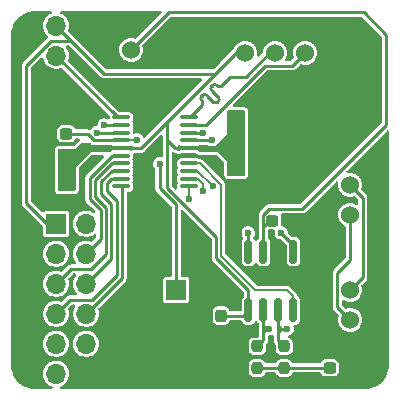
<source format=gbr>
%TF.GenerationSoftware,KiCad,Pcbnew,8.0.5*%
%TF.CreationDate,2024-10-31T22:43:36-05:00*%
%TF.ProjectId,STM_Breakout,53544d5f-4272-4656-916b-6f75742e6b69,rev?*%
%TF.SameCoordinates,Original*%
%TF.FileFunction,Copper,L1,Top*%
%TF.FilePolarity,Positive*%
%FSLAX46Y46*%
G04 Gerber Fmt 4.6, Leading zero omitted, Abs format (unit mm)*
G04 Created by KiCad (PCBNEW 8.0.5) date 2024-10-31 22:43:36*
%MOMM*%
%LPD*%
G01*
G04 APERTURE LIST*
G04 Aperture macros list*
%AMRoundRect*
0 Rectangle with rounded corners*
0 $1 Rounding radius*
0 $2 $3 $4 $5 $6 $7 $8 $9 X,Y pos of 4 corners*
0 Add a 4 corners polygon primitive as box body*
4,1,4,$2,$3,$4,$5,$6,$7,$8,$9,$2,$3,0*
0 Add four circle primitives for the rounded corners*
1,1,$1+$1,$2,$3*
1,1,$1+$1,$4,$5*
1,1,$1+$1,$6,$7*
1,1,$1+$1,$8,$9*
0 Add four rect primitives between the rounded corners*
20,1,$1+$1,$2,$3,$4,$5,0*
20,1,$1+$1,$4,$5,$6,$7,0*
20,1,$1+$1,$6,$7,$8,$9,0*
20,1,$1+$1,$8,$9,$2,$3,0*%
G04 Aperture macros list end*
%TA.AperFunction,SMDPad,CuDef*%
%ADD10RoundRect,0.237500X-0.237500X0.250000X-0.237500X-0.250000X0.237500X-0.250000X0.237500X0.250000X0*%
%TD*%
%TA.AperFunction,ComponentPad*%
%ADD11C,1.524000*%
%TD*%
%TA.AperFunction,SMDPad,CuDef*%
%ADD12RoundRect,0.237500X0.237500X-0.250000X0.237500X0.250000X-0.237500X0.250000X-0.237500X-0.250000X0*%
%TD*%
%TA.AperFunction,SMDPad,CuDef*%
%ADD13RoundRect,0.237500X0.237500X-0.300000X0.237500X0.300000X-0.237500X0.300000X-0.237500X-0.300000X0*%
%TD*%
%TA.AperFunction,SMDPad,CuDef*%
%ADD14RoundRect,0.237500X-0.300000X-0.237500X0.300000X-0.237500X0.300000X0.237500X-0.300000X0.237500X0*%
%TD*%
%TA.AperFunction,ComponentPad*%
%ADD15R,1.700000X1.700000*%
%TD*%
%TA.AperFunction,ComponentPad*%
%ADD16O,1.700000X1.700000*%
%TD*%
%TA.AperFunction,SMDPad,CuDef*%
%ADD17RoundRect,0.237500X0.300000X0.237500X-0.300000X0.237500X-0.300000X-0.237500X0.300000X-0.237500X0*%
%TD*%
%TA.AperFunction,SMDPad,CuDef*%
%ADD18RoundRect,0.100000X-0.637500X-0.100000X0.637500X-0.100000X0.637500X0.100000X-0.637500X0.100000X0*%
%TD*%
%TA.AperFunction,SMDPad,CuDef*%
%ADD19RoundRect,0.150000X-0.150000X0.825000X-0.150000X-0.825000X0.150000X-0.825000X0.150000X0.825000X0*%
%TD*%
%TA.AperFunction,ViaPad*%
%ADD20C,0.600000*%
%TD*%
%TA.AperFunction,Conductor*%
%ADD21C,0.254000*%
%TD*%
%TA.AperFunction,Conductor*%
%ADD22C,0.200000*%
%TD*%
G04 APERTURE END LIST*
D10*
%TO.P,R1,1*%
%TO.N,CANH*%
X89662000Y-74629000D03*
%TO.P,R1,2*%
%TO.N,Net-(C3-Pad1)*%
X89662000Y-76454000D03*
%TD*%
D11*
%TO.P,Conn4,1*%
%TO.N,CANH*%
X95250000Y-69850000D03*
%TO.P,Conn4,2*%
%TO.N,CANL*%
X95250000Y-72390000D03*
%TD*%
D12*
%TO.P,R2,1*%
%TO.N,Net-(C3-Pad1)*%
X87376000Y-76454000D03*
%TO.P,R2,2*%
%TO.N,CANL*%
X87376000Y-74629000D03*
%TD*%
D13*
%TO.P,C2,1*%
%TO.N,GND*%
X84328000Y-73760500D03*
%TO.P,C2,2*%
%TO.N,+3V3*%
X84328000Y-72035500D03*
%TD*%
D14*
%TO.P,C3,1*%
%TO.N,Net-(C3-Pad1)*%
X93525000Y-76454000D03*
%TO.P,C3,2*%
%TO.N,GND*%
X95250000Y-76454000D03*
%TD*%
D15*
%TO.P,JP2,1,A*%
%TO.N,/NRST*%
X80518000Y-69850000D03*
D16*
%TO.P,JP2,2,B*%
%TO.N,GND*%
X80518000Y-72390000D03*
%TD*%
D17*
%TO.P,C9,1*%
%TO.N,/NRST*%
X71220500Y-56642000D03*
%TO.P,C9,2*%
%TO.N,GND*%
X69495500Y-56642000D03*
%TD*%
D18*
%TO.P,U1,1,PB8*%
%TO.N,/BOOT0*%
X75877500Y-55241000D03*
%TO.P,U1,2,PF0*%
%TO.N,PF0*%
X75877500Y-55891000D03*
%TO.P,U1,3,PF1*%
%TO.N,PF1*%
X75877500Y-56541000D03*
%TO.P,U1,4,NRST*%
%TO.N,/NRST*%
X75877500Y-57191000D03*
%TO.P,U1,5,VDDA*%
%TO.N,+3V3*%
X75877500Y-57841000D03*
%TO.P,U1,6,PA0*%
%TO.N,PA0*%
X75877500Y-58491000D03*
%TO.P,U1,7,PA1*%
%TO.N,PA1*%
X75877500Y-59141000D03*
%TO.P,U1,8,PA2*%
%TO.N,PA2*%
X75877500Y-59791000D03*
%TO.P,U1,9,PA3*%
%TO.N,PA3*%
X75877500Y-60441000D03*
%TO.P,U1,10,PA4*%
%TO.N,PA4*%
X75877500Y-61091000D03*
%TO.P,U1,11,PA5*%
%TO.N,PA5*%
X81602500Y-61091000D03*
%TO.P,U1,12,PA6*%
%TO.N,PA6*%
X81602500Y-60441000D03*
%TO.P,U1,13,PA7*%
%TO.N,PA7*%
X81602500Y-59791000D03*
%TO.P,U1,14,PB1*%
%TO.N,STBY*%
X81602500Y-59141000D03*
%TO.P,U1,15,VSSA*%
%TO.N,GND*%
X81602500Y-58491000D03*
%TO.P,U1,16,VDD*%
%TO.N,+3V3*%
X81602500Y-57841000D03*
%TO.P,U1,17,PA9/PA11*%
%TO.N,CAN_TX*%
X81602500Y-57191000D03*
%TO.P,U1,18,PA10/PA12*%
%TO.N,CAN_RX*%
X81602500Y-56541000D03*
%TO.P,U1,19,PA13*%
%TO.N,SWDIO*%
X81602500Y-55891000D03*
%TO.P,U1,20,PA14*%
%TO.N,SWCLK*%
X81602500Y-55241000D03*
%TD*%
D14*
%TO.P,C5,1*%
%TO.N,+3V3*%
X85651000Y-57404000D03*
%TO.P,C5,2*%
%TO.N,GND*%
X87376000Y-57404000D03*
%TD*%
D11*
%TO.P,Conn2,1*%
%TO.N,+5V*%
X76708000Y-49530000D03*
%TO.P,Conn2,2*%
%TO.N,GND*%
X79248000Y-49530000D03*
%TD*%
D19*
%TO.P,U2,1,TXD*%
%TO.N,CAN_TX*%
X90450500Y-66613000D03*
%TO.P,U2,2,GND*%
%TO.N,GND*%
X89180500Y-66613000D03*
%TO.P,U2,3,VCC*%
%TO.N,+5V*%
X87910500Y-66613000D03*
%TO.P,U2,4,RXD*%
%TO.N,CAN_RX*%
X86640500Y-66613000D03*
%TO.P,U2,5,VIO*%
%TO.N,+3V3*%
X86640500Y-71563000D03*
%TO.P,U2,6,CANL*%
%TO.N,CANL*%
X87910500Y-71563000D03*
%TO.P,U2,7,CANH*%
%TO.N,CANH*%
X89180500Y-71563000D03*
%TO.P,U2,8,STBY*%
%TO.N,STBY*%
X90450500Y-71563000D03*
%TD*%
D15*
%TO.P,JP1,1,A*%
%TO.N,GND*%
X70358000Y-52563000D03*
D16*
%TO.P,JP1,2,C*%
%TO.N,/BOOT0*%
X70358000Y-50023000D03*
%TO.P,JP1,3,B*%
%TO.N,+3V3*%
X70358000Y-47483000D03*
%TD*%
D15*
%TO.P,J1,1,Pin_1*%
%TO.N,+3V3*%
X70358000Y-64262000D03*
D16*
%TO.P,J1,2,Pin_2*%
%TO.N,PF0*%
X72898000Y-64262000D03*
%TO.P,J1,3,Pin_3*%
%TO.N,PF1*%
X70358000Y-66802000D03*
%TO.P,J1,4,Pin_4*%
%TO.N,PA0*%
X72898000Y-66802000D03*
%TO.P,J1,5,Pin_5*%
%TO.N,PA1*%
X70358000Y-69342000D03*
%TO.P,J1,6,Pin_6*%
%TO.N,PA2*%
X72898000Y-69342000D03*
%TO.P,J1,7,Pin_7*%
%TO.N,PA3*%
X70358000Y-71882000D03*
%TO.P,J1,8,Pin_8*%
%TO.N,PA4*%
X72898000Y-71882000D03*
%TO.P,J1,9,Pin_9*%
%TO.N,PA5*%
X70358000Y-74422000D03*
%TO.P,J1,10,Pin_10*%
%TO.N,PA6*%
X72898000Y-74422000D03*
%TO.P,J1,11,Pin_11*%
%TO.N,PA7*%
X70358000Y-76962000D03*
%TO.P,J1,12,Pin_12*%
%TO.N,GND*%
X72898000Y-76962000D03*
%TD*%
D17*
%TO.P,C8,1*%
%TO.N,+3V3*%
X71220500Y-58674000D03*
%TO.P,C8,2*%
%TO.N,GND*%
X69495500Y-58674000D03*
%TD*%
D14*
%TO.P,C6,1*%
%TO.N,+3V3*%
X85651000Y-59436000D03*
%TO.P,C6,2*%
%TO.N,GND*%
X87376000Y-59436000D03*
%TD*%
%TO.P,C1,1*%
%TO.N,+5V*%
X88646000Y-64008000D03*
%TO.P,C1,2*%
%TO.N,GND*%
X90371000Y-64008000D03*
%TD*%
D17*
%TO.P,C7,1*%
%TO.N,+3V3*%
X71220500Y-60706000D03*
%TO.P,C7,2*%
%TO.N,GND*%
X69495500Y-60706000D03*
%TD*%
D11*
%TO.P,Conn1,1*%
%TO.N,+3V3*%
X86360000Y-49784000D03*
%TO.P,Conn1,2*%
%TO.N,SWCLK*%
X88900000Y-49784000D03*
%TO.P,Conn1,3*%
%TO.N,SWDIO*%
X91440000Y-49784000D03*
%TO.P,Conn1,4*%
%TO.N,GND*%
X93980000Y-49784000D03*
X93980000Y-49784000D03*
%TD*%
%TO.P,Conn3,1*%
%TO.N,CANH*%
X95250000Y-60960000D03*
%TO.P,Conn3,2*%
%TO.N,CANL*%
X95250000Y-63500000D03*
%TD*%
D14*
%TO.P,C4,1*%
%TO.N,+3V3*%
X85651000Y-55372000D03*
%TO.P,C4,2*%
%TO.N,GND*%
X87376000Y-55372000D03*
%TD*%
D20*
%TO.N,GND*%
X88900000Y-68580000D03*
X97790000Y-73660000D03*
X80010000Y-53340000D03*
X72390000Y-54610000D03*
X91440000Y-77470000D03*
X77470000Y-64770000D03*
X85090000Y-64770000D03*
X82550000Y-48260000D03*
X91440000Y-60960000D03*
X80391000Y-58547000D03*
X76200000Y-53340000D03*
X81280000Y-76200000D03*
X77470000Y-59690000D03*
X73660000Y-48260000D03*
X85090000Y-60960000D03*
X67310000Y-74930000D03*
X96520000Y-55880000D03*
X97790000Y-59690000D03*
X96520000Y-50800000D03*
X67310000Y-48260000D03*
X67310000Y-67310000D03*
X91440000Y-68580000D03*
X91440000Y-55880000D03*
%TO.N,/NRST*%
X79129000Y-59182000D03*
X77216000Y-57150000D03*
%TO.N,CANH*%
X89916000Y-73152000D03*
%TO.N,CANL*%
X88392000Y-73152000D03*
%TO.N,PF1*%
X73795000Y-56529144D03*
%TO.N,PA5*%
X81596356Y-62167644D03*
%TO.N,PA6*%
X82804000Y-61468000D03*
%TO.N,PF0*%
X74422000Y-55891000D03*
%TO.N,PA7*%
X83603735Y-61084265D03*
%TO.N,CAN_TX*%
X83566000Y-57150000D03*
X89408000Y-65024000D03*
%TO.N,CAN_RX*%
X82781000Y-56541000D03*
X86614000Y-65024000D03*
%TD*%
D21*
%TO.N,+5V*%
X76708000Y-49530000D02*
X79891000Y-46347000D01*
X88418500Y-64008000D02*
X87910500Y-64516000D01*
X96385000Y-46347000D02*
X98298000Y-48260000D01*
X88646000Y-64008000D02*
X88418500Y-64008000D01*
X79891000Y-46347000D02*
X96385000Y-46347000D01*
X98298000Y-55880000D02*
X91186000Y-62992000D01*
X87910500Y-63473500D02*
X87910500Y-66613000D01*
X88392000Y-62992000D02*
X87910500Y-63473500D01*
X98298000Y-48260000D02*
X98298000Y-55880000D01*
X91186000Y-62992000D02*
X88392000Y-62992000D01*
%TO.N,+3V3*%
X86640500Y-69876500D02*
X86640500Y-71563000D01*
X84455000Y-50927000D02*
X79756000Y-55626000D01*
X85598000Y-49784000D02*
X84455000Y-50927000D01*
X83901000Y-67137000D02*
X86640500Y-69876500D01*
X67818000Y-50898470D02*
X67818000Y-62484000D01*
X79756000Y-61214000D02*
X83901000Y-65359000D01*
X74437000Y-51562000D02*
X83820000Y-51562000D01*
X71635500Y-48760500D02*
X74437000Y-51562000D01*
X83901000Y-65359000D02*
X83901000Y-67137000D01*
X86168000Y-72035500D02*
X86640500Y-71563000D01*
X79756000Y-57150000D02*
X79756000Y-56731999D01*
X77541000Y-57841000D02*
X75877500Y-57841000D01*
X86360000Y-49784000D02*
X85598000Y-49784000D01*
X71635500Y-48760500D02*
X69955970Y-48760500D01*
X79756000Y-55626000D02*
X77541000Y-57841000D01*
X79756000Y-56731999D02*
X79756000Y-61214000D01*
X69596000Y-64262000D02*
X70358000Y-64262000D01*
X70358000Y-47483000D02*
X71635500Y-48760500D01*
X83820000Y-51562000D02*
X84455000Y-50927000D01*
X69955970Y-48760500D02*
X67818000Y-50898470D01*
X67818000Y-62484000D02*
X69596000Y-64262000D01*
X84328000Y-72035500D02*
X86168000Y-72035500D01*
X79756000Y-56731999D02*
X79756000Y-55626000D01*
X80447000Y-57841000D02*
X79756000Y-57150000D01*
X81602500Y-57841000D02*
X80447000Y-57841000D01*
%TO.N,Net-(C3-Pad1)*%
X93525000Y-76454000D02*
X89662000Y-76454000D01*
X87376000Y-76454000D02*
X89662000Y-76454000D01*
%TO.N,/NRST*%
X73021144Y-56642000D02*
X73570144Y-57191000D01*
X80518000Y-62618052D02*
X80518000Y-69850000D01*
X79129000Y-61229052D02*
X80518000Y-62618052D01*
X73570144Y-57191000D02*
X75877500Y-57191000D01*
X71220500Y-56642000D02*
X73021144Y-56642000D01*
D22*
X77216000Y-57150000D02*
X75918500Y-57150000D01*
D21*
X79129000Y-59182000D02*
X79129000Y-61229052D01*
D22*
X75918500Y-57150000D02*
X75877500Y-57191000D01*
D21*
%TO.N,SWCLK*%
X88392000Y-49784000D02*
X88900000Y-49784000D01*
X83312048Y-53593957D02*
X83312045Y-53593955D01*
X85090000Y-51816000D02*
X86360000Y-51816000D01*
X84415135Y-52490866D02*
X85090000Y-51816000D01*
X83516277Y-52610244D02*
X83601131Y-52525391D01*
X81665000Y-55241000D02*
X82718075Y-54187925D01*
X82667808Y-53458836D02*
X82752662Y-53373983D01*
X83566605Y-52999985D02*
X83516276Y-52949656D01*
X83142342Y-53424251D02*
X83312048Y-53593957D01*
X83736308Y-53169689D02*
X83736310Y-53169690D01*
X81602500Y-55241000D02*
X81665000Y-55241000D01*
X83940543Y-52525390D02*
X83990873Y-52575720D01*
X86360000Y-51816000D02*
X86391707Y-51784293D01*
X86391707Y-51784293D02*
X88392000Y-49784000D01*
X84012876Y-53955375D02*
X84097729Y-53870521D01*
X84330283Y-52575721D02*
X84415135Y-52490866D01*
X83092074Y-53373983D02*
X83142342Y-53424251D01*
X83312045Y-53593955D02*
X83673465Y-53955375D01*
X82718076Y-53848513D02*
X82667809Y-53798246D01*
X83736310Y-53169690D02*
X83566605Y-52999985D01*
X84097729Y-53531110D02*
X83736308Y-53169689D01*
X83990873Y-52575720D02*
G75*
G03*
X84330304Y-52575743I169727J169720D01*
G01*
X82667809Y-53798246D02*
G75*
G02*
X82667767Y-53458796I169691J169746D01*
G01*
X82752662Y-53373983D02*
G75*
G02*
X83092074Y-53373983I169706J-169708D01*
G01*
X82718075Y-54187925D02*
G75*
G03*
X82718095Y-53848494I-169675J169725D01*
G01*
X83601131Y-52525391D02*
G75*
G02*
X83940505Y-52525427I169669J-169709D01*
G01*
X84097729Y-53870521D02*
G75*
G03*
X84097745Y-53531095I-169729J169721D01*
G01*
X83516276Y-52949656D02*
G75*
G02*
X83516326Y-52610294I169724J169656D01*
G01*
X83673465Y-53955375D02*
G75*
G03*
X84012876Y-53955376I169706J169707D01*
G01*
%TO.N,SWDIO*%
X81602500Y-55891000D02*
X83047000Y-55891000D01*
X90351000Y-50873000D02*
X91440000Y-49784000D01*
X88065000Y-50873000D02*
X90351000Y-50873000D01*
X83047000Y-55891000D02*
X88065000Y-50873000D01*
%TO.N,CANH*%
X96339000Y-62049000D02*
X96339000Y-68761000D01*
X89916000Y-73152000D02*
X89434500Y-73152000D01*
X89180500Y-73406000D02*
X89180500Y-72898000D01*
X96339000Y-68761000D02*
X95250000Y-69850000D01*
X89180500Y-74147500D02*
X89180500Y-73406000D01*
X89662000Y-74629000D02*
X89180500Y-74147500D01*
X89434500Y-73152000D02*
X89180500Y-73406000D01*
X95250000Y-60960000D02*
X96339000Y-62049000D01*
X89434500Y-73152000D02*
X89180500Y-72898000D01*
X89180500Y-72898000D02*
X89180500Y-71563000D01*
%TO.N,CANL*%
X95250000Y-63500000D02*
X95250000Y-67310000D01*
X87910500Y-74094500D02*
X87910500Y-73406000D01*
X94161000Y-68399000D02*
X94161000Y-71301000D01*
X94161000Y-71301000D02*
X95250000Y-72390000D01*
X95250000Y-67310000D02*
X94161000Y-68399000D01*
X87376000Y-74629000D02*
X87910500Y-74094500D01*
X88164500Y-73152000D02*
X87910500Y-73406000D01*
X87910500Y-71563000D02*
X87910500Y-72898000D01*
X87910500Y-73406000D02*
X87910500Y-72898000D01*
X88392000Y-73152000D02*
X88164500Y-73152000D01*
X88164500Y-73152000D02*
X87910500Y-72898000D01*
%TO.N,PA2*%
X75038000Y-67202000D02*
X72898000Y-69342000D01*
X75877500Y-59791000D02*
X75049104Y-59791000D01*
X75038000Y-62592000D02*
X75038000Y-67202000D01*
X74168000Y-61722000D02*
X75038000Y-62592000D01*
X74168000Y-60672104D02*
X74168000Y-61722000D01*
X75049104Y-59791000D02*
X74168000Y-60672104D01*
%TO.N,PA0*%
X74130000Y-63088052D02*
X73206000Y-62164052D01*
X74130000Y-65570000D02*
X74130000Y-63088052D01*
X73206000Y-62164052D02*
X73206000Y-60350000D01*
X73206000Y-60350000D02*
X75065000Y-58491000D01*
X75065000Y-58491000D02*
X75877500Y-58491000D01*
X72898000Y-66802000D02*
X74130000Y-65570000D01*
%TO.N,PF1*%
X73795000Y-56529144D02*
X73806856Y-56541000D01*
X73806856Y-56541000D02*
X75877500Y-56541000D01*
D22*
%TO.N,PA5*%
X81596356Y-62167644D02*
X81602500Y-62161500D01*
X81602500Y-62161500D02*
X81602500Y-61091000D01*
%TO.N,PA6*%
X82804000Y-60905001D02*
X82339999Y-60441000D01*
X82339999Y-60441000D02*
X81602500Y-60441000D01*
X82804000Y-61468000D02*
X82804000Y-60905001D01*
D21*
%TO.N,PF0*%
X74422000Y-55891000D02*
X75877500Y-55891000D01*
D22*
%TO.N,PA7*%
X81602500Y-59791000D02*
X82310470Y-59791000D01*
X82310470Y-59791000D02*
X83603735Y-61084265D01*
D21*
%TO.N,PA1*%
X73292530Y-68072000D02*
X71628000Y-68072000D01*
X73660000Y-61976000D02*
X74584000Y-62900000D01*
X74584000Y-62900000D02*
X74584000Y-66780530D01*
X73660000Y-60538052D02*
X73660000Y-61976000D01*
X74584000Y-66780530D02*
X73292530Y-68072000D01*
X71628000Y-68072000D02*
X70358000Y-69342000D01*
X75877500Y-59141000D02*
X75057052Y-59141000D01*
X75057052Y-59141000D02*
X73660000Y-60538052D01*
%TO.N,PA4*%
X75946000Y-61159500D02*
X75877500Y-61091000D01*
X72898000Y-71882000D02*
X75946000Y-68834000D01*
X75946000Y-68834000D02*
X75946000Y-61159500D01*
%TO.N,PA3*%
X73385530Y-70705000D02*
X71535000Y-70705000D01*
X75877500Y-60441000D02*
X75041156Y-60441000D01*
X75492000Y-68598530D02*
X73385530Y-70705000D01*
X75492000Y-62284000D02*
X75492000Y-68598530D01*
X74676000Y-61468000D02*
X75492000Y-62284000D01*
X74676000Y-60806156D02*
X74676000Y-61468000D01*
X71535000Y-70705000D02*
X70358000Y-71882000D01*
X75041156Y-60441000D02*
X74676000Y-60806156D01*
%TO.N,/BOOT0*%
X75576000Y-55241000D02*
X75877500Y-55241000D01*
X70358000Y-50023000D02*
X75576000Y-55241000D01*
D22*
%TO.N,STBY*%
X81602500Y-59141000D02*
X82509000Y-59141000D01*
X87217870Y-69850000D02*
X89916000Y-69850000D01*
X84328000Y-66960130D02*
X87217870Y-69850000D01*
X84328000Y-66960130D02*
X84328000Y-60960000D01*
X90450500Y-70384500D02*
X90450500Y-71563000D01*
X89916000Y-69850000D02*
X90450500Y-70384500D01*
X82509000Y-59141000D02*
X84328000Y-60960000D01*
D21*
%TO.N,CAN_TX*%
X83525000Y-57191000D02*
X83566000Y-57150000D01*
X90450500Y-66066500D02*
X90450500Y-66613000D01*
X81602500Y-57191000D02*
X83525000Y-57191000D01*
X89408000Y-65024000D02*
X90450500Y-66066500D01*
%TO.N,CAN_RX*%
X86614000Y-66586500D02*
X86640500Y-66613000D01*
X86614000Y-65024000D02*
X86614000Y-66586500D01*
X82781000Y-56541000D02*
X81602500Y-56541000D01*
%TD*%
%TA.AperFunction,Conductor*%
%TO.N,+3V3*%
G36*
X73259298Y-57423685D02*
G01*
X73279940Y-57440319D01*
X73335897Y-57496276D01*
X73422890Y-57546501D01*
X73519919Y-57572500D01*
X74979973Y-57572500D01*
X75034432Y-57585098D01*
X75137450Y-57635461D01*
X75206354Y-57645500D01*
X75206360Y-57645500D01*
X76548640Y-57645500D01*
X76548646Y-57645500D01*
X76617550Y-57635461D01*
X76656540Y-57616399D01*
X76725411Y-57604640D01*
X76789709Y-57631983D01*
X76829017Y-57689746D01*
X76835000Y-57727800D01*
X76835000Y-57954199D01*
X76815315Y-58021238D01*
X76762511Y-58066993D01*
X76693353Y-58076937D01*
X76656540Y-58065600D01*
X76617551Y-58046539D01*
X76607706Y-58045104D01*
X76548646Y-58036500D01*
X75206354Y-58036500D01*
X75137450Y-58046539D01*
X75137448Y-58046539D01*
X75137446Y-58046540D01*
X75021929Y-58103013D01*
X75021535Y-58102208D01*
X74994656Y-58114890D01*
X74917750Y-58135497D01*
X74917741Y-58135501D01*
X74893688Y-58149388D01*
X74831690Y-58166000D01*
X73278999Y-58166000D01*
X72009000Y-59435999D01*
X72009000Y-61344000D01*
X71989315Y-61411039D01*
X71936511Y-61456794D01*
X71885000Y-61468000D01*
X70609000Y-61468000D01*
X70541961Y-61448315D01*
X70496206Y-61395511D01*
X70485000Y-61344000D01*
X70485000Y-58036000D01*
X70504685Y-57968961D01*
X70557489Y-57923206D01*
X70609000Y-57912000D01*
X72009000Y-57912000D01*
X72480681Y-57440319D01*
X72542004Y-57406834D01*
X72568362Y-57404000D01*
X73192259Y-57404000D01*
X73259298Y-57423685D01*
G37*
%TD.AperFunction*%
%TD*%
%TA.AperFunction,Conductor*%
%TO.N,+3V3*%
G36*
X86303039Y-54629685D02*
G01*
X86348794Y-54682489D01*
X86360000Y-54734000D01*
X86360000Y-60074000D01*
X86340315Y-60141039D01*
X86287511Y-60186794D01*
X86236000Y-60198000D01*
X84960000Y-60198000D01*
X84892961Y-60178315D01*
X84847206Y-60125511D01*
X84836000Y-60074000D01*
X84836000Y-58928000D01*
X84074000Y-58166000D01*
X82567701Y-58166000D01*
X82500662Y-58146315D01*
X82480019Y-58129680D01*
X82448840Y-58098501D01*
X82448839Y-58098499D01*
X82342553Y-58046540D01*
X82342551Y-58046539D01*
X82342550Y-58046539D01*
X82273646Y-58036500D01*
X80931354Y-58036500D01*
X80885418Y-58043192D01*
X80862447Y-58046539D01*
X80801472Y-58076348D01*
X80732599Y-58088106D01*
X80671526Y-58063322D01*
X80667013Y-58059859D01*
X80625810Y-58003431D01*
X80618500Y-57961484D01*
X80618500Y-57714845D01*
X80638185Y-57647806D01*
X80690989Y-57602051D01*
X80760147Y-57592107D01*
X80796958Y-57603444D01*
X80826684Y-57617976D01*
X80862447Y-57635460D01*
X80862448Y-57635460D01*
X80862450Y-57635461D01*
X80931354Y-57645500D01*
X80931360Y-57645500D01*
X82273640Y-57645500D01*
X82273646Y-57645500D01*
X82342550Y-57635461D01*
X82445567Y-57585098D01*
X82500027Y-57572500D01*
X83163655Y-57572500D01*
X83230694Y-57592185D01*
X83239138Y-57598122D01*
X83286357Y-57634355D01*
X83286359Y-57634355D01*
X83286361Y-57634357D01*
X83353801Y-57662291D01*
X83421246Y-57690228D01*
X83493623Y-57699756D01*
X83565999Y-57709285D01*
X83566000Y-57709285D01*
X83566001Y-57709285D01*
X83614251Y-57702932D01*
X83710754Y-57690228D01*
X83845643Y-57634355D01*
X83961474Y-57545474D01*
X84050355Y-57429643D01*
X84050356Y-57429638D01*
X84051997Y-57427501D01*
X84062692Y-57415307D01*
X84073999Y-57404000D01*
X84074000Y-57404000D01*
X84836000Y-56642000D01*
X84836000Y-54734000D01*
X84855685Y-54666961D01*
X84908489Y-54621206D01*
X84960000Y-54610000D01*
X86236000Y-54610000D01*
X86303039Y-54629685D01*
G37*
%TD.AperFunction*%
%TD*%
%TA.AperFunction,Conductor*%
%TO.N,GND*%
G36*
X69963073Y-46240185D02*
G01*
X70008828Y-46292989D01*
X70018772Y-46362147D01*
X69989747Y-46425703D01*
X69940828Y-46460126D01*
X69863584Y-46490050D01*
X69863569Y-46490057D01*
X69689539Y-46597812D01*
X69689537Y-46597814D01*
X69538269Y-46735712D01*
X69414912Y-46899064D01*
X69323673Y-47082295D01*
X69267654Y-47279183D01*
X69248768Y-47482999D01*
X69248768Y-47483000D01*
X69267654Y-47686816D01*
X69267654Y-47686818D01*
X69267655Y-47686821D01*
X69295222Y-47783708D01*
X69323673Y-47883704D01*
X69414912Y-48066935D01*
X69538267Y-48230284D01*
X69655934Y-48337552D01*
X69692215Y-48397263D01*
X69690454Y-48467111D01*
X69660076Y-48516870D01*
X67583753Y-50593194D01*
X67512725Y-50664221D01*
X67512723Y-50664224D01*
X67462499Y-50751215D01*
X67453832Y-50783559D01*
X67436500Y-50848245D01*
X67436500Y-62534225D01*
X67450300Y-62585727D01*
X67462499Y-62631255D01*
X67462500Y-62631256D01*
X67505971Y-62706550D01*
X67505971Y-62706551D01*
X67512721Y-62718243D01*
X67512725Y-62718248D01*
X69217181Y-64422704D01*
X69250666Y-64484027D01*
X69253500Y-64510385D01*
X69253500Y-65137063D01*
X69268266Y-65211301D01*
X69324515Y-65295484D01*
X69336728Y-65303644D01*
X69408699Y-65351734D01*
X69408702Y-65351734D01*
X69408703Y-65351735D01*
X69433666Y-65356700D01*
X69482933Y-65366500D01*
X71233066Y-65366499D01*
X71307301Y-65351734D01*
X71391484Y-65295484D01*
X71447734Y-65211301D01*
X71462500Y-65137067D01*
X71462499Y-63386934D01*
X71447734Y-63312699D01*
X71418571Y-63269054D01*
X71391484Y-63228515D01*
X71335196Y-63190905D01*
X71307301Y-63172266D01*
X71307299Y-63172265D01*
X71307296Y-63172264D01*
X71233069Y-63157500D01*
X69482936Y-63157500D01*
X69408698Y-63172266D01*
X69324514Y-63228516D01*
X69319346Y-63236252D01*
X69265734Y-63281056D01*
X69196409Y-63289763D01*
X69133382Y-63259608D01*
X69128564Y-63255041D01*
X68235819Y-62362296D01*
X68202334Y-62300973D01*
X68199500Y-62274615D01*
X68199500Y-51107854D01*
X68219185Y-51040815D01*
X68235814Y-51020177D01*
X69065629Y-50190362D01*
X69126950Y-50156879D01*
X69196641Y-50161863D01*
X69252575Y-50203735D01*
X69272574Y-50244111D01*
X69323669Y-50423696D01*
X69323672Y-50423702D01*
X69414912Y-50606935D01*
X69538269Y-50770287D01*
X69689537Y-50908185D01*
X69689539Y-50908187D01*
X69863569Y-51015942D01*
X69863575Y-51015945D01*
X69874489Y-51020173D01*
X70054444Y-51089888D01*
X70255653Y-51127500D01*
X70255656Y-51127500D01*
X70460344Y-51127500D01*
X70460347Y-51127500D01*
X70661556Y-51089888D01*
X70747532Y-51056580D01*
X70817150Y-51050718D01*
X70878890Y-51083427D01*
X70880003Y-51084526D01*
X74849181Y-55053703D01*
X74882666Y-55115026D01*
X74885500Y-55141384D01*
X74885500Y-55298020D01*
X74865815Y-55365059D01*
X74813011Y-55410814D01*
X74743853Y-55420758D01*
X74709517Y-55408874D01*
X74709153Y-55409755D01*
X74566757Y-55350773D01*
X74566752Y-55350771D01*
X74422001Y-55331715D01*
X74421999Y-55331715D01*
X74277247Y-55350771D01*
X74277245Y-55350772D01*
X74142361Y-55406643D01*
X74142358Y-55406644D01*
X74142358Y-55406645D01*
X74026526Y-55495526D01*
X73960050Y-55582160D01*
X73937643Y-55611361D01*
X73881772Y-55746245D01*
X73881772Y-55746246D01*
X73865763Y-55867844D01*
X73837496Y-55931740D01*
X73779172Y-55970211D01*
X73759009Y-55974597D01*
X73650247Y-55988915D01*
X73650245Y-55988916D01*
X73515361Y-56044787D01*
X73515358Y-56044788D01*
X73515358Y-56044789D01*
X73399526Y-56133670D01*
X73399525Y-56133671D01*
X73399524Y-56133672D01*
X73312717Y-56246800D01*
X73256289Y-56288002D01*
X73186543Y-56292157D01*
X73171160Y-56287239D01*
X73162110Y-56284814D01*
X73071369Y-56260500D01*
X73071366Y-56260500D01*
X72077993Y-56260500D01*
X72010954Y-56240815D01*
X71965199Y-56188011D01*
X71961812Y-56179835D01*
X71961411Y-56178760D01*
X71956758Y-56166285D01*
X71932344Y-56133672D01*
X71871974Y-56053026D01*
X71758718Y-55968244D01*
X71758717Y-55968243D01*
X71758715Y-55968242D01*
X71706035Y-55948593D01*
X71626159Y-55918800D01*
X71567565Y-55912500D01*
X70873446Y-55912500D01*
X70873437Y-55912501D01*
X70814840Y-55918800D01*
X70682290Y-55968239D01*
X70682281Y-55968244D01*
X70569026Y-56053026D01*
X70484244Y-56166281D01*
X70484244Y-56166282D01*
X70484242Y-56166285D01*
X70480590Y-56176075D01*
X70434800Y-56298839D01*
X70434800Y-56298841D01*
X70428500Y-56357426D01*
X70428500Y-56926553D01*
X70428501Y-56926562D01*
X70434800Y-56985159D01*
X70484239Y-57117709D01*
X70484241Y-57117713D01*
X70484242Y-57117715D01*
X70569026Y-57230974D01*
X70682285Y-57315758D01*
X70814843Y-57365200D01*
X70873443Y-57371500D01*
X71567556Y-57371499D01*
X71626157Y-57365200D01*
X71758715Y-57315758D01*
X71871974Y-57230974D01*
X71956758Y-57117715D01*
X71961812Y-57104165D01*
X72003684Y-57048232D01*
X72069149Y-57023816D01*
X72077993Y-57023500D01*
X72236312Y-57023500D01*
X72303351Y-57043185D01*
X72349106Y-57095989D01*
X72359050Y-57165147D01*
X72330025Y-57228703D01*
X72310623Y-57246767D01*
X72297188Y-57256823D01*
X72297176Y-57256834D01*
X71937831Y-57616181D01*
X71876508Y-57649666D01*
X71850150Y-57652500D01*
X70608991Y-57652500D01*
X70553838Y-57658430D01*
X70502316Y-57669639D01*
X70475536Y-57676986D01*
X70387553Y-57727088D01*
X70334751Y-57772840D01*
X70302630Y-57806129D01*
X70255695Y-57895852D01*
X70236013Y-57962882D01*
X70236010Y-57962894D01*
X70225500Y-58035998D01*
X70225500Y-61344008D01*
X70231430Y-61399161D01*
X70242639Y-61450683D01*
X70249986Y-61477463D01*
X70262516Y-61499466D01*
X70300089Y-61565448D01*
X70326557Y-61595994D01*
X70345840Y-61618248D01*
X70345843Y-61618251D01*
X70345844Y-61618252D01*
X70379131Y-61650371D01*
X70468849Y-61697303D01*
X70535888Y-61716988D01*
X70535892Y-61716988D01*
X70535894Y-61716989D01*
X70547707Y-61718687D01*
X70609000Y-61727500D01*
X70609001Y-61727500D01*
X71884991Y-61727500D01*
X71885000Y-61727500D01*
X71940163Y-61721569D01*
X71991674Y-61710363D01*
X72018461Y-61703014D01*
X72106448Y-61652911D01*
X72159252Y-61607156D01*
X72191371Y-61573869D01*
X72238303Y-61484151D01*
X72257988Y-61417112D01*
X72268500Y-61344000D01*
X72268500Y-59594849D01*
X72288185Y-59527810D01*
X72304819Y-59507168D01*
X73350168Y-58461819D01*
X73411491Y-58428334D01*
X73437849Y-58425500D01*
X74291615Y-58425500D01*
X74358654Y-58445185D01*
X74404409Y-58497989D01*
X74414353Y-58567147D01*
X74385328Y-58630703D01*
X74379296Y-58637181D01*
X72900725Y-60115751D01*
X72900723Y-60115754D01*
X72850499Y-60202745D01*
X72849235Y-60207463D01*
X72824500Y-60299775D01*
X72824500Y-62214277D01*
X72850499Y-62311306D01*
X72850500Y-62311308D01*
X72875306Y-62354272D01*
X72875307Y-62354276D01*
X72875308Y-62354276D01*
X72900724Y-62398299D01*
X73316264Y-62813839D01*
X73632008Y-63129582D01*
X73665493Y-63190905D01*
X73660509Y-63260596D01*
X73618637Y-63316530D01*
X73553173Y-63340947D01*
X73484900Y-63326095D01*
X73479050Y-63322690D01*
X73392430Y-63269057D01*
X73392424Y-63269054D01*
X73241993Y-63210777D01*
X73201556Y-63195112D01*
X73000347Y-63157500D01*
X72795653Y-63157500D01*
X72594444Y-63195112D01*
X72594441Y-63195112D01*
X72594441Y-63195113D01*
X72403575Y-63269054D01*
X72403569Y-63269057D01*
X72229539Y-63376812D01*
X72229537Y-63376814D01*
X72078269Y-63514712D01*
X71954912Y-63678064D01*
X71863673Y-63861295D01*
X71807654Y-64058183D01*
X71788768Y-64261999D01*
X71788768Y-64262000D01*
X71807654Y-64465816D01*
X71807654Y-64465818D01*
X71807655Y-64465821D01*
X71862805Y-64659654D01*
X71863673Y-64662704D01*
X71954912Y-64845935D01*
X72078269Y-65009287D01*
X72229537Y-65147185D01*
X72229539Y-65147187D01*
X72403569Y-65254942D01*
X72403575Y-65254945D01*
X72409125Y-65257095D01*
X72594444Y-65328888D01*
X72795653Y-65366500D01*
X72795656Y-65366500D01*
X73000344Y-65366500D01*
X73000347Y-65366500D01*
X73201556Y-65328888D01*
X73392427Y-65254944D01*
X73559224Y-65151667D01*
X73626583Y-65133112D01*
X73693282Y-65153920D01*
X73738144Y-65207485D01*
X73748500Y-65257095D01*
X73748500Y-65360614D01*
X73728815Y-65427653D01*
X73712181Y-65448295D01*
X73420004Y-65740471D01*
X73358681Y-65773956D01*
X73288989Y-65768972D01*
X73287530Y-65768417D01*
X73201561Y-65735113D01*
X73201556Y-65735112D01*
X73000347Y-65697500D01*
X72795653Y-65697500D01*
X72594444Y-65735112D01*
X72594441Y-65735112D01*
X72594441Y-65735113D01*
X72403575Y-65809054D01*
X72403569Y-65809057D01*
X72229539Y-65916812D01*
X72229537Y-65916814D01*
X72078269Y-66054712D01*
X71954912Y-66218064D01*
X71863673Y-66401295D01*
X71807654Y-66598183D01*
X71788768Y-66801999D01*
X71788768Y-66802000D01*
X71807654Y-67005816D01*
X71863673Y-67202704D01*
X71954912Y-67385935D01*
X72034837Y-67491773D01*
X72059529Y-67557135D01*
X72044964Y-67625469D01*
X71995766Y-67675082D01*
X71935883Y-67690500D01*
X71577775Y-67690500D01*
X71505003Y-67709999D01*
X71480745Y-67716499D01*
X71393754Y-67766723D01*
X71393751Y-67766725D01*
X70880004Y-68280471D01*
X70818681Y-68313956D01*
X70748989Y-68308972D01*
X70747530Y-68308417D01*
X70661561Y-68275113D01*
X70661556Y-68275112D01*
X70460347Y-68237500D01*
X70255653Y-68237500D01*
X70054444Y-68275112D01*
X70054441Y-68275112D01*
X70054441Y-68275113D01*
X69863575Y-68349054D01*
X69863569Y-68349057D01*
X69689539Y-68456812D01*
X69689537Y-68456814D01*
X69538269Y-68594712D01*
X69414912Y-68758064D01*
X69323673Y-68941295D01*
X69267654Y-69138183D01*
X69248768Y-69341999D01*
X69248768Y-69342000D01*
X69267654Y-69545816D01*
X69267654Y-69545818D01*
X69267655Y-69545821D01*
X69323672Y-69742701D01*
X69323673Y-69742704D01*
X69414912Y-69925935D01*
X69538269Y-70089287D01*
X69689537Y-70227185D01*
X69689539Y-70227187D01*
X69863569Y-70334942D01*
X69863575Y-70334945D01*
X69871020Y-70337829D01*
X70054444Y-70408888D01*
X70255653Y-70446500D01*
X70255656Y-70446500D01*
X70460344Y-70446500D01*
X70460347Y-70446500D01*
X70661556Y-70408888D01*
X70852427Y-70334944D01*
X71026462Y-70227186D01*
X71177732Y-70089285D01*
X71301088Y-69925935D01*
X71392328Y-69742701D01*
X71448345Y-69545821D01*
X71467232Y-69342000D01*
X71448345Y-69138179D01*
X71392328Y-68941299D01*
X71392327Y-68941297D01*
X71391425Y-68938126D01*
X71392013Y-68868259D01*
X71423011Y-68816511D01*
X71749704Y-68489819D01*
X71811027Y-68456334D01*
X71837385Y-68453500D01*
X71935883Y-68453500D01*
X72002922Y-68473185D01*
X72048677Y-68525989D01*
X72058621Y-68595147D01*
X72034837Y-68652227D01*
X71954912Y-68758064D01*
X71863673Y-68941295D01*
X71807654Y-69138183D01*
X71788768Y-69341999D01*
X71788768Y-69342000D01*
X71807654Y-69545816D01*
X71807654Y-69545818D01*
X71807655Y-69545821D01*
X71863672Y-69742701D01*
X71954912Y-69925935D01*
X72075700Y-70085885D01*
X72078269Y-70089286D01*
X72098646Y-70107862D01*
X72134928Y-70167573D01*
X72133168Y-70237420D01*
X72093926Y-70295228D01*
X72029659Y-70322643D01*
X72015109Y-70323500D01*
X71484775Y-70323500D01*
X71412003Y-70342999D01*
X71387745Y-70349499D01*
X71300754Y-70399723D01*
X71300751Y-70399725D01*
X71229722Y-70470755D01*
X70880003Y-70820473D01*
X70818680Y-70853958D01*
X70748988Y-70848974D01*
X70747528Y-70848418D01*
X70675394Y-70820473D01*
X70661556Y-70815112D01*
X70460347Y-70777500D01*
X70255653Y-70777500D01*
X70054444Y-70815112D01*
X70054441Y-70815112D01*
X70054441Y-70815113D01*
X69863575Y-70889054D01*
X69863569Y-70889057D01*
X69689539Y-70996812D01*
X69689537Y-70996814D01*
X69538269Y-71134712D01*
X69414912Y-71298064D01*
X69323673Y-71481295D01*
X69308322Y-71535248D01*
X69274535Y-71654000D01*
X69267654Y-71678183D01*
X69248768Y-71881999D01*
X69248768Y-71882000D01*
X69267654Y-72085816D01*
X69267654Y-72085818D01*
X69267655Y-72085821D01*
X69297505Y-72190732D01*
X69323673Y-72282704D01*
X69414912Y-72465935D01*
X69538269Y-72629287D01*
X69689537Y-72767185D01*
X69689539Y-72767187D01*
X69863569Y-72874942D01*
X69863575Y-72874945D01*
X69904010Y-72890609D01*
X70054444Y-72948888D01*
X70255653Y-72986500D01*
X70255656Y-72986500D01*
X70460344Y-72986500D01*
X70460347Y-72986500D01*
X70661556Y-72948888D01*
X70852427Y-72874944D01*
X71026462Y-72767186D01*
X71177732Y-72629285D01*
X71301088Y-72465935D01*
X71392328Y-72282701D01*
X71448345Y-72085821D01*
X71467232Y-71882000D01*
X71448345Y-71678179D01*
X71392328Y-71481299D01*
X71392327Y-71481298D01*
X71391425Y-71478126D01*
X71392011Y-71408259D01*
X71423010Y-71356511D01*
X71529722Y-71249800D01*
X71656703Y-71122819D01*
X71718026Y-71089334D01*
X71744384Y-71086500D01*
X71865653Y-71086500D01*
X71932692Y-71106185D01*
X71978447Y-71158989D01*
X71988391Y-71228147D01*
X71964606Y-71285228D01*
X71954912Y-71298063D01*
X71863673Y-71481295D01*
X71848322Y-71535248D01*
X71814535Y-71654000D01*
X71807654Y-71678183D01*
X71788768Y-71881999D01*
X71788768Y-71882000D01*
X71807654Y-72085816D01*
X71807654Y-72085818D01*
X71807655Y-72085821D01*
X71837505Y-72190732D01*
X71863673Y-72282704D01*
X71954912Y-72465935D01*
X72078269Y-72629287D01*
X72229537Y-72767185D01*
X72229539Y-72767187D01*
X72403569Y-72874942D01*
X72403575Y-72874945D01*
X72444010Y-72890609D01*
X72594444Y-72948888D01*
X72795653Y-72986500D01*
X72795656Y-72986500D01*
X73000344Y-72986500D01*
X73000347Y-72986500D01*
X73201556Y-72948888D01*
X73392427Y-72874944D01*
X73566462Y-72767186D01*
X73717732Y-72629285D01*
X73841088Y-72465935D01*
X73932328Y-72282701D01*
X73988345Y-72085821D01*
X74007232Y-71882000D01*
X73988345Y-71678179D01*
X73932328Y-71481299D01*
X73931425Y-71478125D01*
X73932013Y-71408257D01*
X73963009Y-71356512D01*
X76251276Y-69068247D01*
X76301502Y-68981253D01*
X76327500Y-68884225D01*
X76327500Y-68783775D01*
X76327500Y-61669500D01*
X76347185Y-61602461D01*
X76399989Y-61556706D01*
X76451500Y-61545500D01*
X76548640Y-61545500D01*
X76548646Y-61545500D01*
X76617550Y-61535461D01*
X76691179Y-61499466D01*
X76723839Y-61483500D01*
X76807500Y-61399839D01*
X76834797Y-61344001D01*
X76859461Y-61293550D01*
X76869500Y-61224646D01*
X76869500Y-60957354D01*
X76859461Y-60888450D01*
X76826222Y-60820460D01*
X76814463Y-60751588D01*
X76826223Y-60711539D01*
X76833869Y-60695900D01*
X76859461Y-60643550D01*
X76869500Y-60574646D01*
X76869500Y-60307354D01*
X76859461Y-60238450D01*
X76859117Y-60237747D01*
X76826223Y-60170461D01*
X76814463Y-60101588D01*
X76826223Y-60061539D01*
X76834444Y-60044724D01*
X76859461Y-59993550D01*
X76869500Y-59924646D01*
X76869500Y-59657354D01*
X76859461Y-59588450D01*
X76854095Y-59577474D01*
X76826223Y-59520461D01*
X76814463Y-59451588D01*
X76826223Y-59411539D01*
X76859460Y-59343552D01*
X76859459Y-59343552D01*
X76859461Y-59343550D01*
X76869500Y-59274646D01*
X76869500Y-59007354D01*
X76859461Y-58938450D01*
X76859459Y-58938446D01*
X76826223Y-58870461D01*
X76814463Y-58801588D01*
X76826223Y-58761539D01*
X76859460Y-58693552D01*
X76859459Y-58693552D01*
X76859461Y-58693550D01*
X76869500Y-58624646D01*
X76869500Y-58371038D01*
X76889185Y-58303999D01*
X76927936Y-58267272D01*
X76927479Y-58266626D01*
X76931978Y-58263442D01*
X76932150Y-58263279D01*
X76932448Y-58263110D01*
X76944361Y-58252786D01*
X77007917Y-58223762D01*
X77025564Y-58222500D01*
X77591222Y-58222500D01*
X77591225Y-58222500D01*
X77688254Y-58196501D01*
X77775247Y-58146276D01*
X77846276Y-58075247D01*
X79162819Y-56758704D01*
X79224142Y-56725219D01*
X79293834Y-56730203D01*
X79349767Y-56772075D01*
X79374184Y-56837539D01*
X79374500Y-56846385D01*
X79374500Y-58513640D01*
X79354815Y-58580679D01*
X79302011Y-58626434D01*
X79234316Y-58636579D01*
X79129003Y-58622715D01*
X79128999Y-58622715D01*
X78984247Y-58641771D01*
X78984245Y-58641772D01*
X78849361Y-58697643D01*
X78849358Y-58697644D01*
X78849358Y-58697645D01*
X78733526Y-58786526D01*
X78669121Y-58870461D01*
X78644643Y-58902361D01*
X78588772Y-59037245D01*
X78588771Y-59037247D01*
X78569715Y-59181998D01*
X78569715Y-59182001D01*
X78588771Y-59326752D01*
X78588773Y-59326757D01*
X78644642Y-59461638D01*
X78644645Y-59461644D01*
X78721875Y-59562290D01*
X78747070Y-59627459D01*
X78747500Y-59637777D01*
X78747500Y-61279277D01*
X78760797Y-61328902D01*
X78773499Y-61376307D01*
X78773500Y-61376308D01*
X78815033Y-61448245D01*
X78815033Y-61448248D01*
X78823720Y-61463293D01*
X78823726Y-61463301D01*
X80100181Y-62739756D01*
X80133666Y-62801079D01*
X80136500Y-62827437D01*
X80136500Y-68621500D01*
X80116815Y-68688539D01*
X80064011Y-68734294D01*
X80012500Y-68745500D01*
X79642936Y-68745500D01*
X79568698Y-68760266D01*
X79484515Y-68816515D01*
X79428266Y-68900699D01*
X79428264Y-68900703D01*
X79413500Y-68974928D01*
X79413500Y-70725063D01*
X79428266Y-70799301D01*
X79484515Y-70883484D01*
X79492856Y-70889057D01*
X79568699Y-70939734D01*
X79568702Y-70939734D01*
X79568703Y-70939735D01*
X79593666Y-70944700D01*
X79642933Y-70954500D01*
X81393066Y-70954499D01*
X81467301Y-70939734D01*
X81551484Y-70883484D01*
X81607734Y-70799301D01*
X81622500Y-70725067D01*
X81622499Y-68974934D01*
X81607734Y-68900699D01*
X81572660Y-68848207D01*
X81551484Y-68816515D01*
X81501019Y-68782796D01*
X81467301Y-68760266D01*
X81467299Y-68760265D01*
X81467296Y-68760264D01*
X81393071Y-68745500D01*
X81393067Y-68745500D01*
X81023500Y-68745500D01*
X80956461Y-68725815D01*
X80910706Y-68673011D01*
X80899500Y-68621500D01*
X80899500Y-63196385D01*
X80919185Y-63129346D01*
X80971989Y-63083591D01*
X81041147Y-63073647D01*
X81104703Y-63102672D01*
X81111181Y-63108704D01*
X83483181Y-65480704D01*
X83516666Y-65542027D01*
X83519500Y-65568385D01*
X83519500Y-67187225D01*
X83545499Y-67284254D01*
X83589361Y-67360225D01*
X83589363Y-67360229D01*
X83595721Y-67371243D01*
X83595725Y-67371248D01*
X86222681Y-69998204D01*
X86256166Y-70059527D01*
X86259000Y-70085885D01*
X86259000Y-70346088D01*
X86239315Y-70413127D01*
X86222681Y-70433769D01*
X86159178Y-70497271D01*
X86159175Y-70497276D01*
X86159174Y-70497277D01*
X86139783Y-70535333D01*
X86101000Y-70611447D01*
X86086000Y-70706160D01*
X86086000Y-71526615D01*
X86066315Y-71593654D01*
X86049681Y-71614296D01*
X86046296Y-71617681D01*
X85984973Y-71651166D01*
X85958615Y-71654000D01*
X85146305Y-71654000D01*
X85079266Y-71634315D01*
X85033511Y-71581511D01*
X85030124Y-71573335D01*
X85001759Y-71497288D01*
X85001758Y-71497285D01*
X84916974Y-71384026D01*
X84803715Y-71299242D01*
X84751035Y-71279593D01*
X84671159Y-71249800D01*
X84612565Y-71243500D01*
X84043446Y-71243500D01*
X84043437Y-71243501D01*
X83984840Y-71249800D01*
X83852290Y-71299239D01*
X83852281Y-71299244D01*
X83739026Y-71384026D01*
X83654244Y-71497281D01*
X83654241Y-71497288D01*
X83604800Y-71629839D01*
X83604800Y-71629841D01*
X83598500Y-71688426D01*
X83598500Y-72382553D01*
X83598501Y-72382562D01*
X83604800Y-72441159D01*
X83654239Y-72573709D01*
X83654241Y-72573713D01*
X83654242Y-72573715D01*
X83739026Y-72686974D01*
X83852285Y-72771758D01*
X83984843Y-72821200D01*
X84043443Y-72827500D01*
X84612556Y-72827499D01*
X84671157Y-72821200D01*
X84803715Y-72771758D01*
X84916974Y-72686974D01*
X85001758Y-72573715D01*
X85023825Y-72514552D01*
X85030124Y-72497665D01*
X85071996Y-72441732D01*
X85137460Y-72417316D01*
X85146305Y-72417000D01*
X85979644Y-72417000D01*
X86046683Y-72436685D01*
X86092438Y-72489489D01*
X86097266Y-72505504D01*
X86097985Y-72505271D01*
X86101000Y-72514551D01*
X86101001Y-72514554D01*
X86101002Y-72514555D01*
X86159174Y-72628723D01*
X86159176Y-72628725D01*
X86159178Y-72628728D01*
X86249771Y-72719321D01*
X86249773Y-72719322D01*
X86249777Y-72719326D01*
X86363945Y-72777498D01*
X86363946Y-72777498D01*
X86363948Y-72777499D01*
X86363947Y-72777499D01*
X86458661Y-72792500D01*
X86458666Y-72792500D01*
X86822339Y-72792500D01*
X86917052Y-72777499D01*
X86917053Y-72777498D01*
X86917055Y-72777498D01*
X87031223Y-72719326D01*
X87121826Y-72628723D01*
X87165016Y-72543957D01*
X87212990Y-72493163D01*
X87280811Y-72476368D01*
X87346946Y-72498906D01*
X87385983Y-72543956D01*
X87429174Y-72628723D01*
X87429176Y-72628725D01*
X87429178Y-72628728D01*
X87492681Y-72692231D01*
X87526166Y-72753554D01*
X87529000Y-72779912D01*
X87529000Y-73763000D01*
X87509315Y-73830039D01*
X87456511Y-73875794D01*
X87405000Y-73887000D01*
X87091447Y-73887000D01*
X87091437Y-73887001D01*
X87032840Y-73893300D01*
X86900290Y-73942739D01*
X86900281Y-73942744D01*
X86787026Y-74027526D01*
X86702244Y-74140781D01*
X86702242Y-74140784D01*
X86702242Y-74140785D01*
X86698590Y-74150575D01*
X86652800Y-74273339D01*
X86652800Y-74273341D01*
X86646500Y-74331926D01*
X86646500Y-74926053D01*
X86646501Y-74926062D01*
X86652800Y-74984659D01*
X86702239Y-75117209D01*
X86702241Y-75117213D01*
X86702242Y-75117215D01*
X86787026Y-75230474D01*
X86900285Y-75315258D01*
X87032843Y-75364700D01*
X87091443Y-75371000D01*
X87660556Y-75370999D01*
X87719157Y-75364700D01*
X87851715Y-75315258D01*
X87964974Y-75230474D01*
X88049758Y-75117215D01*
X88099200Y-74984657D01*
X88102685Y-74952234D01*
X88105499Y-74926073D01*
X88105499Y-74926062D01*
X88105500Y-74926057D01*
X88105499Y-74490385D01*
X88125183Y-74423347D01*
X88141818Y-74402704D01*
X88215776Y-74328747D01*
X88266001Y-74241754D01*
X88292000Y-74144725D01*
X88292000Y-73833195D01*
X88311685Y-73766156D01*
X88364489Y-73720401D01*
X88399814Y-73710256D01*
X88536754Y-73692228D01*
X88627547Y-73654619D01*
X88697017Y-73647151D01*
X88759496Y-73678426D01*
X88795148Y-73738515D01*
X88799000Y-73769181D01*
X88799000Y-74197725D01*
X88804481Y-74218179D01*
X88824999Y-74294755D01*
X88825002Y-74294760D01*
X88855559Y-74347688D01*
X88855560Y-74347688D01*
X88875224Y-74381747D01*
X88875226Y-74381749D01*
X88896181Y-74402704D01*
X88929666Y-74464027D01*
X88932500Y-74490385D01*
X88932500Y-74926053D01*
X88932501Y-74926062D01*
X88938800Y-74984659D01*
X88988239Y-75117209D01*
X88988241Y-75117213D01*
X88988242Y-75117215D01*
X89073026Y-75230474D01*
X89186285Y-75315258D01*
X89318843Y-75364700D01*
X89377443Y-75371000D01*
X89946556Y-75370999D01*
X90005157Y-75364700D01*
X90137715Y-75315258D01*
X90250974Y-75230474D01*
X90335758Y-75117215D01*
X90385200Y-74984657D01*
X90388685Y-74952234D01*
X90391499Y-74926073D01*
X90391499Y-74926062D01*
X90391500Y-74926057D01*
X90391499Y-74331944D01*
X90385200Y-74273343D01*
X90337228Y-74144725D01*
X90335760Y-74140790D01*
X90335759Y-74140788D01*
X90335758Y-74140785D01*
X90250974Y-74027526D01*
X90137715Y-73942742D01*
X90097818Y-73927861D01*
X90074268Y-73919077D01*
X90018335Y-73877205D01*
X89993919Y-73811741D01*
X90008771Y-73743468D01*
X90058177Y-73694063D01*
X90070141Y-73688339D01*
X90195643Y-73636355D01*
X90311474Y-73547474D01*
X90400355Y-73431643D01*
X90456228Y-73296754D01*
X90475285Y-73152000D01*
X90456228Y-73007246D01*
X90438294Y-72963952D01*
X90430826Y-72894484D01*
X90462101Y-72832004D01*
X90522190Y-72796352D01*
X90552856Y-72792500D01*
X90632339Y-72792500D01*
X90727052Y-72777499D01*
X90727053Y-72777498D01*
X90727055Y-72777498D01*
X90841223Y-72719326D01*
X90931826Y-72628723D01*
X90989998Y-72514555D01*
X90989998Y-72514553D01*
X90989999Y-72514552D01*
X91005000Y-72419839D01*
X91005000Y-70706160D01*
X90989999Y-70611447D01*
X90976196Y-70584358D01*
X90931826Y-70497277D01*
X90931822Y-70497273D01*
X90931821Y-70497271D01*
X90839709Y-70405159D01*
X90807214Y-70345649D01*
X90807103Y-70345679D01*
X90806980Y-70345221D01*
X90806224Y-70343836D01*
X90805508Y-70339727D01*
X90805000Y-70337831D01*
X90805000Y-70337829D01*
X90780841Y-70247668D01*
X90734171Y-70166832D01*
X90668168Y-70100829D01*
X90133668Y-69566329D01*
X90052832Y-69519659D01*
X90052833Y-69519659D01*
X90022778Y-69511606D01*
X89962671Y-69495500D01*
X89962669Y-69495500D01*
X87416070Y-69495500D01*
X87349031Y-69475815D01*
X87328389Y-69459181D01*
X84718819Y-66849610D01*
X84685334Y-66788287D01*
X84682500Y-66761929D01*
X84682500Y-60913330D01*
X84682500Y-60913329D01*
X84658341Y-60823168D01*
X84611671Y-60742332D01*
X84545668Y-60676329D01*
X84541337Y-60671998D01*
X84541326Y-60671988D01*
X82726669Y-58857330D01*
X82726668Y-58857329D01*
X82645832Y-58810659D01*
X82645833Y-58810659D01*
X82611979Y-58801588D01*
X82555671Y-58786500D01*
X82555669Y-58786500D01*
X82538202Y-58786500D01*
X82471163Y-58766815D01*
X82450521Y-58750181D01*
X82448839Y-58748499D01*
X82342553Y-58696540D01*
X82342551Y-58696539D01*
X82342550Y-58696539D01*
X82273646Y-58686500D01*
X80931354Y-58686500D01*
X80862450Y-58696539D01*
X80862448Y-58696539D01*
X80862446Y-58696540D01*
X80756160Y-58748499D01*
X80672499Y-58832160D01*
X80620540Y-58938446D01*
X80620540Y-58938447D01*
X80620539Y-58938450D01*
X80610500Y-59007354D01*
X80610500Y-59274646D01*
X80618092Y-59326752D01*
X80620539Y-59343551D01*
X80653777Y-59411540D01*
X80665535Y-59480413D01*
X80653777Y-59520460D01*
X80620539Y-59588448D01*
X80617670Y-59608136D01*
X80610500Y-59657354D01*
X80610500Y-59924646D01*
X80615390Y-59958208D01*
X80620539Y-59993551D01*
X80653777Y-60061540D01*
X80665535Y-60130413D01*
X80653777Y-60170460D01*
X80620539Y-60238448D01*
X80620539Y-60238450D01*
X80610500Y-60307354D01*
X80610500Y-60574646D01*
X80619104Y-60633706D01*
X80620539Y-60643551D01*
X80653777Y-60711540D01*
X80665535Y-60780413D01*
X80653777Y-60820460D01*
X80620539Y-60888448D01*
X80620539Y-60888450D01*
X80610500Y-60957354D01*
X80610500Y-60957359D01*
X80610500Y-61229133D01*
X80608416Y-61229133D01*
X80595356Y-61289104D01*
X80545939Y-61338498D01*
X80477663Y-61353334D01*
X80412204Y-61328902D01*
X80398856Y-61317333D01*
X80173819Y-61092296D01*
X80140334Y-61030973D01*
X80137500Y-61004615D01*
X80137500Y-58314627D01*
X80157185Y-58247588D01*
X80209989Y-58201833D01*
X80279147Y-58191889D01*
X80293595Y-58194852D01*
X80299742Y-58196499D01*
X80299747Y-58196502D01*
X80396775Y-58222501D01*
X80414593Y-58222501D01*
X80481632Y-58242186D01*
X80503309Y-58259867D01*
X80509033Y-58265728D01*
X80509037Y-58265732D01*
X80513545Y-58269192D01*
X80513569Y-58269207D01*
X80573935Y-58303771D01*
X80573940Y-58303773D01*
X80573947Y-58303777D01*
X80635020Y-58328561D01*
X80635027Y-58328563D01*
X80635029Y-58328564D01*
X80635030Y-58328564D01*
X80659399Y-58336224D01*
X80675051Y-58341144D01*
X80675055Y-58341145D01*
X80776269Y-58343905D01*
X80776275Y-58343904D01*
X80776278Y-58343904D01*
X80845130Y-58332149D01*
X80845129Y-58332149D01*
X80845142Y-58332147D01*
X80915444Y-58309480D01*
X80917240Y-58308602D01*
X80918137Y-58308394D01*
X80919549Y-58307825D01*
X80919638Y-58308047D01*
X80971705Y-58296000D01*
X82229892Y-58296000D01*
X82296931Y-58315685D01*
X82312753Y-58327750D01*
X82317192Y-58331738D01*
X82337835Y-58348373D01*
X82427550Y-58395303D01*
X82427551Y-58395304D01*
X82477679Y-58410022D01*
X82494589Y-58414988D01*
X82494593Y-58414988D01*
X82494595Y-58414989D01*
X82506408Y-58416687D01*
X82567701Y-58425500D01*
X83915150Y-58425500D01*
X83982189Y-58445185D01*
X84002831Y-58461819D01*
X84540181Y-58999169D01*
X84573666Y-59060492D01*
X84576500Y-59086850D01*
X84576500Y-60074008D01*
X84582430Y-60129161D01*
X84593639Y-60180683D01*
X84600986Y-60207463D01*
X84618632Y-60238450D01*
X84651089Y-60295448D01*
X84658386Y-60303869D01*
X84696840Y-60348248D01*
X84696843Y-60348251D01*
X84696844Y-60348252D01*
X84730131Y-60380371D01*
X84819849Y-60427303D01*
X84886888Y-60446988D01*
X84886892Y-60446988D01*
X84886894Y-60446989D01*
X84898707Y-60448687D01*
X84960000Y-60457500D01*
X84960001Y-60457500D01*
X86235991Y-60457500D01*
X86236000Y-60457500D01*
X86291163Y-60451569D01*
X86342674Y-60440363D01*
X86369461Y-60433014D01*
X86457448Y-60382911D01*
X86510252Y-60337156D01*
X86542371Y-60303869D01*
X86589303Y-60214151D01*
X86608988Y-60147112D01*
X86619500Y-60074000D01*
X86619500Y-54734000D01*
X86613569Y-54678837D01*
X86602363Y-54627326D01*
X86595014Y-54600539D01*
X86595013Y-54600538D01*
X86595013Y-54600536D01*
X86567015Y-54551369D01*
X86544911Y-54512552D01*
X86499156Y-54459748D01*
X86465869Y-54427629D01*
X86376151Y-54380697D01*
X86376150Y-54380696D01*
X86376147Y-54380695D01*
X86309117Y-54361013D01*
X86309105Y-54361010D01*
X86236001Y-54350500D01*
X86236000Y-54350500D01*
X85426385Y-54350500D01*
X85359346Y-54330815D01*
X85313591Y-54278011D01*
X85303647Y-54208853D01*
X85332672Y-54145297D01*
X85338704Y-54138819D01*
X88186704Y-51290819D01*
X88248027Y-51257334D01*
X88274385Y-51254500D01*
X90401222Y-51254500D01*
X90401225Y-51254500D01*
X90498254Y-51228501D01*
X90585247Y-51178276D01*
X90656276Y-51107247D01*
X90656276Y-51107246D01*
X90986389Y-50777131D01*
X91047710Y-50743648D01*
X91110062Y-50746153D01*
X91240731Y-50785792D01*
X91440000Y-50805418D01*
X91639269Y-50785792D01*
X91830880Y-50727667D01*
X92007469Y-50633278D01*
X92162252Y-50506252D01*
X92289278Y-50351469D01*
X92383667Y-50174880D01*
X92441792Y-49983269D01*
X92461418Y-49784000D01*
X92441792Y-49584731D01*
X92383667Y-49393120D01*
X92320913Y-49275715D01*
X92289281Y-49216536D01*
X92289280Y-49216534D01*
X92289278Y-49216531D01*
X92174266Y-49076387D01*
X92162252Y-49061747D01*
X92081801Y-48995724D01*
X92007469Y-48934722D01*
X92007465Y-48934720D01*
X92007463Y-48934718D01*
X91830881Y-48840333D01*
X91639271Y-48782208D01*
X91440000Y-48762582D01*
X91240728Y-48782208D01*
X91049118Y-48840333D01*
X90872536Y-48934718D01*
X90717747Y-49061747D01*
X90590718Y-49216536D01*
X90496333Y-49393118D01*
X90438208Y-49584728D01*
X90418582Y-49784000D01*
X90438207Y-49983267D01*
X90477845Y-50113935D01*
X90478468Y-50183802D01*
X90446865Y-50237611D01*
X90229296Y-50455181D01*
X90167973Y-50488666D01*
X90141615Y-50491500D01*
X89881312Y-50491500D01*
X89814273Y-50471815D01*
X89768518Y-50419011D01*
X89758574Y-50349853D01*
X89771954Y-50309047D01*
X89819527Y-50220041D01*
X89843667Y-50174880D01*
X89901792Y-49983269D01*
X89921418Y-49784000D01*
X89901792Y-49584731D01*
X89843667Y-49393120D01*
X89780913Y-49275715D01*
X89749281Y-49216536D01*
X89749280Y-49216534D01*
X89749278Y-49216531D01*
X89634266Y-49076387D01*
X89622252Y-49061747D01*
X89541801Y-48995724D01*
X89467469Y-48934722D01*
X89467465Y-48934720D01*
X89467463Y-48934718D01*
X89290881Y-48840333D01*
X89099271Y-48782208D01*
X88900000Y-48762582D01*
X88700728Y-48782208D01*
X88509118Y-48840333D01*
X88332536Y-48934718D01*
X88177747Y-49061747D01*
X88050718Y-49216536D01*
X87956333Y-49393118D01*
X87898208Y-49584728D01*
X87898207Y-49584730D01*
X87885781Y-49710890D01*
X87859619Y-49775677D01*
X87850059Y-49786416D01*
X87575006Y-50061469D01*
X87513683Y-50094954D01*
X87443991Y-50089970D01*
X87388058Y-50048098D01*
X87363641Y-49982634D01*
X87363921Y-49961643D01*
X87381418Y-49784000D01*
X87361792Y-49584731D01*
X87303667Y-49393120D01*
X87240913Y-49275715D01*
X87209281Y-49216536D01*
X87209280Y-49216534D01*
X87209278Y-49216531D01*
X87094266Y-49076387D01*
X87082252Y-49061747D01*
X87001801Y-48995724D01*
X86927469Y-48934722D01*
X86927465Y-48934720D01*
X86927463Y-48934718D01*
X86750881Y-48840333D01*
X86559271Y-48782208D01*
X86360000Y-48762582D01*
X86160728Y-48782208D01*
X85969118Y-48840333D01*
X85792536Y-48934718D01*
X85637747Y-49061747D01*
X85510718Y-49216536D01*
X85416334Y-49393116D01*
X85416333Y-49393118D01*
X85410003Y-49413985D01*
X85371704Y-49472423D01*
X85366831Y-49476362D01*
X85363749Y-49478726D01*
X84220753Y-50621724D01*
X83698296Y-51144181D01*
X83636973Y-51177666D01*
X83610615Y-51180500D01*
X74646384Y-51180500D01*
X74579345Y-51160815D01*
X74558703Y-51144181D01*
X71869747Y-48455224D01*
X71423010Y-48008487D01*
X71389525Y-47947164D01*
X71391425Y-47886871D01*
X71392325Y-47883705D01*
X71392328Y-47883701D01*
X71448345Y-47686821D01*
X71467232Y-47483000D01*
X71448345Y-47279179D01*
X71392328Y-47082299D01*
X71301088Y-46899065D01*
X71177732Y-46735715D01*
X71177730Y-46735712D01*
X71026462Y-46597814D01*
X71026460Y-46597812D01*
X70852430Y-46490057D01*
X70852415Y-46490050D01*
X70775172Y-46460126D01*
X70719770Y-46417554D01*
X70696180Y-46351787D01*
X70711891Y-46283706D01*
X70761915Y-46234928D01*
X70819966Y-46220500D01*
X79178615Y-46220500D01*
X79245654Y-46240185D01*
X79291409Y-46292989D01*
X79301353Y-46362147D01*
X79272328Y-46425703D01*
X79266296Y-46432181D01*
X77161610Y-48536865D01*
X77100287Y-48570350D01*
X77037934Y-48567845D01*
X76907267Y-48528207D01*
X76708000Y-48508582D01*
X76508728Y-48528208D01*
X76317118Y-48586333D01*
X76140536Y-48680718D01*
X75985747Y-48807747D01*
X75858718Y-48962536D01*
X75764333Y-49139118D01*
X75706208Y-49330728D01*
X75686582Y-49530000D01*
X75706208Y-49729271D01*
X75764333Y-49920881D01*
X75858718Y-50097463D01*
X75858720Y-50097465D01*
X75858722Y-50097469D01*
X75907478Y-50156879D01*
X75985747Y-50252252D01*
X76051770Y-50306434D01*
X76140531Y-50379278D01*
X76140534Y-50379280D01*
X76140536Y-50379281D01*
X76214866Y-50419011D01*
X76317120Y-50473667D01*
X76508731Y-50531792D01*
X76708000Y-50551418D01*
X76907269Y-50531792D01*
X77098880Y-50473667D01*
X77275469Y-50379278D01*
X77430252Y-50252252D01*
X77557278Y-50097469D01*
X77651667Y-49920880D01*
X77709792Y-49729269D01*
X77729418Y-49530000D01*
X77709792Y-49330731D01*
X77670154Y-49200063D01*
X77669531Y-49130196D01*
X77701132Y-49076389D01*
X80012704Y-46764819D01*
X80074027Y-46731334D01*
X80100385Y-46728500D01*
X96175615Y-46728500D01*
X96242654Y-46748185D01*
X96263296Y-46764819D01*
X97880181Y-48381703D01*
X97913666Y-48443026D01*
X97916500Y-48469384D01*
X97916500Y-55670615D01*
X97896815Y-55737654D01*
X97880181Y-55758296D01*
X91064296Y-62574181D01*
X91002973Y-62607666D01*
X90976615Y-62610500D01*
X88341775Y-62610500D01*
X88244747Y-62636498D01*
X88244744Y-62636499D01*
X88157756Y-62686722D01*
X88157750Y-62686726D01*
X87605225Y-63239251D01*
X87605223Y-63239254D01*
X87554999Y-63326245D01*
X87554999Y-63326246D01*
X87529000Y-63423275D01*
X87529000Y-63423277D01*
X87529000Y-65396088D01*
X87509315Y-65463127D01*
X87492681Y-65483769D01*
X87429178Y-65547271D01*
X87429173Y-65547278D01*
X87385984Y-65632041D01*
X87338010Y-65682836D01*
X87270189Y-65699631D01*
X87204054Y-65677093D01*
X87165016Y-65632041D01*
X87130462Y-65564226D01*
X87121826Y-65547277D01*
X87121823Y-65547274D01*
X87121821Y-65547271D01*
X87079660Y-65505110D01*
X87046175Y-65443787D01*
X87051159Y-65374095D01*
X87068965Y-65341944D01*
X87098355Y-65303643D01*
X87154228Y-65168754D01*
X87173285Y-65024000D01*
X87154228Y-64879246D01*
X87098355Y-64744358D01*
X87009474Y-64628526D01*
X86893643Y-64539645D01*
X86893640Y-64539644D01*
X86893638Y-64539642D01*
X86758757Y-64483773D01*
X86758752Y-64483771D01*
X86614001Y-64464715D01*
X86613999Y-64464715D01*
X86469247Y-64483771D01*
X86469245Y-64483772D01*
X86334361Y-64539643D01*
X86334358Y-64539644D01*
X86334358Y-64539645D01*
X86218526Y-64628526D01*
X86134908Y-64737500D01*
X86129643Y-64744361D01*
X86073772Y-64879245D01*
X86073771Y-64879247D01*
X86054715Y-65023998D01*
X86054715Y-65024001D01*
X86073771Y-65168752D01*
X86073773Y-65168757D01*
X86129642Y-65303638D01*
X86129645Y-65303643D01*
X86182045Y-65371932D01*
X86207239Y-65437101D01*
X86193201Y-65505546D01*
X86171353Y-65535097D01*
X86159176Y-65547274D01*
X86159175Y-65547276D01*
X86159174Y-65547277D01*
X86150538Y-65564226D01*
X86101000Y-65661447D01*
X86086000Y-65756160D01*
X86086000Y-67469839D01*
X86101000Y-67564552D01*
X86101002Y-67564555D01*
X86159174Y-67678723D01*
X86159176Y-67678725D01*
X86159178Y-67678728D01*
X86249771Y-67769321D01*
X86249773Y-67769322D01*
X86249777Y-67769326D01*
X86363945Y-67827498D01*
X86363946Y-67827498D01*
X86363948Y-67827499D01*
X86363947Y-67827499D01*
X86458661Y-67842500D01*
X86458666Y-67842500D01*
X86822339Y-67842500D01*
X86917052Y-67827499D01*
X86917053Y-67827498D01*
X86917055Y-67827498D01*
X87031223Y-67769326D01*
X87121826Y-67678723D01*
X87165016Y-67593957D01*
X87212990Y-67543163D01*
X87280811Y-67526368D01*
X87346946Y-67548906D01*
X87385983Y-67593956D01*
X87429174Y-67678723D01*
X87429176Y-67678725D01*
X87429178Y-67678728D01*
X87519771Y-67769321D01*
X87519773Y-67769322D01*
X87519777Y-67769326D01*
X87633945Y-67827498D01*
X87633946Y-67827498D01*
X87633948Y-67827499D01*
X87633947Y-67827499D01*
X87728661Y-67842500D01*
X87728666Y-67842500D01*
X88092339Y-67842500D01*
X88187052Y-67827499D01*
X88187053Y-67827498D01*
X88187055Y-67827498D01*
X88301223Y-67769326D01*
X88391826Y-67678723D01*
X88449998Y-67564555D01*
X88449998Y-67564553D01*
X88449999Y-67564552D01*
X88465000Y-67469839D01*
X88465000Y-65756160D01*
X88449999Y-65661447D01*
X88449998Y-65661445D01*
X88391826Y-65547277D01*
X88391822Y-65547273D01*
X88391821Y-65547271D01*
X88328319Y-65483769D01*
X88294834Y-65422446D01*
X88292000Y-65396088D01*
X88292000Y-64861499D01*
X88311685Y-64794460D01*
X88364489Y-64748705D01*
X88415996Y-64737499D01*
X88745038Y-64737499D01*
X88812077Y-64757184D01*
X88857832Y-64809988D01*
X88867977Y-64877684D01*
X88848715Y-65023998D01*
X88848715Y-65024001D01*
X88867771Y-65168752D01*
X88867773Y-65168757D01*
X88923642Y-65303638D01*
X88923645Y-65303644D01*
X89012525Y-65419473D01*
X89012526Y-65419474D01*
X89128355Y-65508354D01*
X89128361Y-65508357D01*
X89149283Y-65517023D01*
X89263246Y-65564228D01*
X89389026Y-65580787D01*
X89452921Y-65609052D01*
X89460521Y-65616044D01*
X89859681Y-66015204D01*
X89893166Y-66076527D01*
X89896000Y-66102885D01*
X89896000Y-67469839D01*
X89911000Y-67564552D01*
X89911002Y-67564555D01*
X89969174Y-67678723D01*
X89969176Y-67678725D01*
X89969178Y-67678728D01*
X90059771Y-67769321D01*
X90059773Y-67769322D01*
X90059777Y-67769326D01*
X90173945Y-67827498D01*
X90173946Y-67827498D01*
X90173948Y-67827499D01*
X90173947Y-67827499D01*
X90268661Y-67842500D01*
X90268666Y-67842500D01*
X90632339Y-67842500D01*
X90727052Y-67827499D01*
X90727053Y-67827498D01*
X90727055Y-67827498D01*
X90841223Y-67769326D01*
X90931826Y-67678723D01*
X90989998Y-67564555D01*
X90989998Y-67564553D01*
X90989999Y-67564552D01*
X91005000Y-67469839D01*
X91005000Y-65756160D01*
X90989999Y-65661447D01*
X90989998Y-65661445D01*
X90931826Y-65547277D01*
X90931822Y-65547273D01*
X90931821Y-65547271D01*
X90841228Y-65456678D01*
X90841225Y-65456676D01*
X90841223Y-65456674D01*
X90727055Y-65398502D01*
X90727054Y-65398501D01*
X90727051Y-65398500D01*
X90727052Y-65398500D01*
X90632339Y-65383500D01*
X90632334Y-65383500D01*
X90358385Y-65383500D01*
X90291346Y-65363815D01*
X90270704Y-65347181D01*
X90000044Y-65076521D01*
X89966559Y-65015198D01*
X89964789Y-65005042D01*
X89948228Y-64879246D01*
X89892355Y-64744358D01*
X89803474Y-64628526D01*
X89687643Y-64539645D01*
X89687640Y-64539644D01*
X89687638Y-64539642D01*
X89552757Y-64483773D01*
X89552755Y-64483772D01*
X89552754Y-64483772D01*
X89539376Y-64482010D01*
X89475480Y-64453744D01*
X89437010Y-64395419D01*
X89432274Y-64345815D01*
X89437999Y-64292570D01*
X89437999Y-64292566D01*
X89438000Y-64292557D01*
X89437999Y-63723444D01*
X89431700Y-63664843D01*
X89385445Y-63540831D01*
X89380462Y-63471143D01*
X89413946Y-63409819D01*
X89475269Y-63376334D01*
X89501628Y-63373500D01*
X91236222Y-63373500D01*
X91236225Y-63373500D01*
X91333254Y-63347501D01*
X91420247Y-63297276D01*
X91491276Y-63226247D01*
X94034995Y-60682527D01*
X94096316Y-60649044D01*
X94166008Y-60654028D01*
X94221941Y-60695900D01*
X94246358Y-60761364D01*
X94246077Y-60782364D01*
X94228582Y-60959999D01*
X94248208Y-61159271D01*
X94306333Y-61350881D01*
X94400718Y-61527463D01*
X94400720Y-61527465D01*
X94400722Y-61527469D01*
X94438802Y-61573870D01*
X94527747Y-61682252D01*
X94575656Y-61721569D01*
X94682531Y-61809278D01*
X94682534Y-61809280D01*
X94682536Y-61809281D01*
X94850475Y-61899046D01*
X94859120Y-61903667D01*
X95050731Y-61961792D01*
X95250000Y-61981418D01*
X95449269Y-61961792D01*
X95579937Y-61922153D01*
X95649802Y-61921531D01*
X95703612Y-61953134D01*
X95921181Y-62170703D01*
X95954666Y-62232026D01*
X95957500Y-62258384D01*
X95957500Y-62518688D01*
X95937815Y-62585727D01*
X95885011Y-62631482D01*
X95815853Y-62641426D01*
X95775047Y-62628046D01*
X95640881Y-62556333D01*
X95449271Y-62498208D01*
X95250000Y-62478582D01*
X95050728Y-62498208D01*
X94859118Y-62556333D01*
X94682536Y-62650718D01*
X94527747Y-62777747D01*
X94400718Y-62932536D01*
X94306333Y-63109118D01*
X94248208Y-63300728D01*
X94228582Y-63500000D01*
X94248208Y-63699271D01*
X94306333Y-63890881D01*
X94400718Y-64067463D01*
X94400720Y-64067465D01*
X94400722Y-64067469D01*
X94461724Y-64141801D01*
X94527747Y-64222252D01*
X94605139Y-64285765D01*
X94682531Y-64349278D01*
X94802955Y-64413646D01*
X94852797Y-64462607D01*
X94868500Y-64523003D01*
X94868500Y-67100614D01*
X94848815Y-67167653D01*
X94832181Y-67188295D01*
X93909311Y-68111164D01*
X93909312Y-68111165D01*
X93855722Y-68164754D01*
X93805499Y-68251745D01*
X93805499Y-68251746D01*
X93779500Y-68348775D01*
X93779500Y-71351225D01*
X93794782Y-71408257D01*
X93805499Y-71448255D01*
X93805500Y-71448256D01*
X93833807Y-71497285D01*
X93850740Y-71526615D01*
X93855723Y-71535245D01*
X93855725Y-71535248D01*
X94256865Y-71936387D01*
X94290350Y-71997710D01*
X94287845Y-72060063D01*
X94248207Y-72190732D01*
X94228582Y-72390000D01*
X94248208Y-72589271D01*
X94306333Y-72780881D01*
X94400718Y-72957463D01*
X94400720Y-72957465D01*
X94400722Y-72957469D01*
X94461724Y-73031801D01*
X94527747Y-73112252D01*
X94593770Y-73166434D01*
X94682531Y-73239278D01*
X94682534Y-73239280D01*
X94682536Y-73239281D01*
X94790066Y-73296757D01*
X94859120Y-73333667D01*
X95050731Y-73391792D01*
X95250000Y-73411418D01*
X95449269Y-73391792D01*
X95640880Y-73333667D01*
X95817469Y-73239278D01*
X95972252Y-73112252D01*
X96099278Y-72957469D01*
X96193667Y-72780880D01*
X96251792Y-72589269D01*
X96271418Y-72390000D01*
X96251792Y-72190731D01*
X96193667Y-71999120D01*
X96189046Y-71990475D01*
X96099281Y-71822536D01*
X96099280Y-71822534D01*
X96099278Y-71822531D01*
X95980816Y-71678183D01*
X95972252Y-71667747D01*
X95867171Y-71581511D01*
X95817469Y-71540722D01*
X95817465Y-71540720D01*
X95817463Y-71540718D01*
X95640881Y-71446333D01*
X95449271Y-71388208D01*
X95250000Y-71368582D01*
X95050732Y-71388207D01*
X94920064Y-71427845D01*
X94850197Y-71428468D01*
X94796388Y-71396865D01*
X94578819Y-71179296D01*
X94545334Y-71117973D01*
X94542500Y-71091615D01*
X94542500Y-70831311D01*
X94562185Y-70764272D01*
X94614989Y-70718517D01*
X94684147Y-70708573D01*
X94724951Y-70721952D01*
X94859120Y-70793667D01*
X95050731Y-70851792D01*
X95250000Y-70871418D01*
X95449269Y-70851792D01*
X95640880Y-70793667D01*
X95817469Y-70699278D01*
X95972252Y-70572252D01*
X96099278Y-70417469D01*
X96193667Y-70240880D01*
X96251792Y-70049269D01*
X96271418Y-69850000D01*
X96251792Y-69650731D01*
X96212153Y-69520062D01*
X96211530Y-69450197D01*
X96243131Y-69396389D01*
X96563037Y-69076484D01*
X96563042Y-69076480D01*
X96573245Y-69066276D01*
X96573247Y-69066276D01*
X96644276Y-68995247D01*
X96691167Y-68914027D01*
X96694500Y-68908256D01*
X96694501Y-68908254D01*
X96694502Y-68908253D01*
X96720501Y-68811225D01*
X96720501Y-68710775D01*
X96720501Y-68703180D01*
X96720500Y-68703162D01*
X96720500Y-62109227D01*
X96720501Y-62109214D01*
X96720501Y-61998777D01*
X96720501Y-61998775D01*
X96694502Y-61901747D01*
X96652355Y-61828747D01*
X96644276Y-61814753D01*
X96644275Y-61814752D01*
X96644274Y-61814750D01*
X96568928Y-61739404D01*
X96568905Y-61739383D01*
X96243134Y-61413612D01*
X96209649Y-61352289D01*
X96212153Y-61289937D01*
X96251792Y-61159269D01*
X96271418Y-60960000D01*
X96251792Y-60760731D01*
X96193667Y-60569120D01*
X96130835Y-60451569D01*
X96099281Y-60392536D01*
X96099280Y-60392534D01*
X96099278Y-60392531D01*
X96019603Y-60295446D01*
X95972252Y-60237747D01*
X95890261Y-60170460D01*
X95817469Y-60110722D01*
X95817465Y-60110720D01*
X95817463Y-60110718D01*
X95640881Y-60016333D01*
X95449271Y-59958208D01*
X95250000Y-59938582D01*
X95072364Y-59956077D01*
X95003718Y-59943058D01*
X94953008Y-59894993D01*
X94936333Y-59827142D01*
X94958989Y-59761047D01*
X94972523Y-59744999D01*
X98347819Y-56369704D01*
X98409142Y-56336219D01*
X98478834Y-56341203D01*
X98534767Y-56383075D01*
X98559184Y-56448539D01*
X98559500Y-56457385D01*
X98559500Y-76195933D01*
X98559235Y-76204043D01*
X98542583Y-76458104D01*
X98540465Y-76474186D01*
X98491591Y-76719888D01*
X98487393Y-76735554D01*
X98406864Y-76972786D01*
X98400657Y-76987772D01*
X98289853Y-77212460D01*
X98281743Y-77226507D01*
X98142559Y-77434811D01*
X98132685Y-77447679D01*
X97967502Y-77636033D01*
X97956033Y-77647502D01*
X97767679Y-77812685D01*
X97754811Y-77822559D01*
X97546507Y-77961743D01*
X97532460Y-77969853D01*
X97307772Y-78080657D01*
X97292786Y-78086864D01*
X97055554Y-78167393D01*
X97039888Y-78171591D01*
X96794186Y-78220465D01*
X96778104Y-78222583D01*
X96524043Y-78239235D01*
X96515933Y-78239500D01*
X70781246Y-78239500D01*
X70714207Y-78219815D01*
X70668452Y-78167011D01*
X70658508Y-78097853D01*
X70687533Y-78034297D01*
X70736452Y-77999873D01*
X70852427Y-77954944D01*
X71026462Y-77847186D01*
X71177732Y-77709285D01*
X71301088Y-77545935D01*
X71392328Y-77362701D01*
X71448345Y-77165821D01*
X71467232Y-76962000D01*
X71448345Y-76758179D01*
X71392328Y-76561299D01*
X71301088Y-76378065D01*
X71177732Y-76214715D01*
X71177730Y-76214712D01*
X71114341Y-76156926D01*
X86646500Y-76156926D01*
X86646500Y-76751053D01*
X86646501Y-76751062D01*
X86652800Y-76809659D01*
X86702239Y-76942209D01*
X86702241Y-76942213D01*
X86702242Y-76942215D01*
X86787026Y-77055474D01*
X86900285Y-77140258D01*
X87032843Y-77189700D01*
X87091443Y-77196000D01*
X87660556Y-77195999D01*
X87719157Y-77189700D01*
X87851715Y-77140258D01*
X87964974Y-77055474D01*
X88049758Y-76942215D01*
X88059474Y-76916163D01*
X88101345Y-76860233D01*
X88166809Y-76835816D01*
X88175655Y-76835500D01*
X88862345Y-76835500D01*
X88929384Y-76855185D01*
X88975139Y-76907989D01*
X88978518Y-76916145D01*
X88988242Y-76942215D01*
X89073026Y-77055474D01*
X89186285Y-77140258D01*
X89318843Y-77189700D01*
X89377443Y-77196000D01*
X89946556Y-77195999D01*
X90005157Y-77189700D01*
X90137715Y-77140258D01*
X90250974Y-77055474D01*
X90335758Y-76942215D01*
X90345474Y-76916163D01*
X90387345Y-76860233D01*
X90452809Y-76835816D01*
X90461655Y-76835500D01*
X92667507Y-76835500D01*
X92734546Y-76855185D01*
X92780301Y-76907989D01*
X92783688Y-76916165D01*
X92788742Y-76929716D01*
X92788743Y-76929717D01*
X92873525Y-77042973D01*
X92873526Y-77042974D01*
X92986785Y-77127758D01*
X93119343Y-77177200D01*
X93177943Y-77183500D01*
X93872056Y-77183499D01*
X93930657Y-77177200D01*
X94063215Y-77127758D01*
X94176474Y-77042974D01*
X94261258Y-76929715D01*
X94310700Y-76797157D01*
X94314890Y-76758183D01*
X94316999Y-76738573D01*
X94316999Y-76738566D01*
X94317000Y-76738557D01*
X94316999Y-76169444D01*
X94310700Y-76110843D01*
X94296281Y-76072184D01*
X94261260Y-75978290D01*
X94261259Y-75978289D01*
X94261258Y-75978285D01*
X94176474Y-75865026D01*
X94063215Y-75780242D01*
X94010535Y-75760593D01*
X93930659Y-75730800D01*
X93872065Y-75724500D01*
X93177946Y-75724500D01*
X93177937Y-75724501D01*
X93119340Y-75730800D01*
X92986790Y-75780239D01*
X92986781Y-75780244D01*
X92873525Y-75865026D01*
X92788743Y-75978282D01*
X92788742Y-75978283D01*
X92783688Y-75991835D01*
X92741816Y-76047768D01*
X92676351Y-76072184D01*
X92667507Y-76072500D01*
X90461655Y-76072500D01*
X90394616Y-76052815D01*
X90348861Y-76000011D01*
X90345481Y-75991854D01*
X90335758Y-75965785D01*
X90250974Y-75852526D01*
X90137715Y-75767742D01*
X90085035Y-75748093D01*
X90005159Y-75718300D01*
X89946565Y-75712000D01*
X89377446Y-75712000D01*
X89377437Y-75712001D01*
X89318840Y-75718300D01*
X89186290Y-75767739D01*
X89186281Y-75767744D01*
X89073026Y-75852526D01*
X88988244Y-75965781D01*
X88988243Y-75965783D01*
X88988242Y-75965785D01*
X88978526Y-75991835D01*
X88936655Y-76047767D01*
X88871191Y-76072184D01*
X88862345Y-76072500D01*
X88175655Y-76072500D01*
X88108616Y-76052815D01*
X88062861Y-76000011D01*
X88059481Y-75991854D01*
X88049758Y-75965785D01*
X87964974Y-75852526D01*
X87851715Y-75767742D01*
X87799035Y-75748093D01*
X87719159Y-75718300D01*
X87660565Y-75712000D01*
X87091446Y-75712000D01*
X87091437Y-75712001D01*
X87032840Y-75718300D01*
X86900290Y-75767739D01*
X86900281Y-75767744D01*
X86787026Y-75852526D01*
X86702244Y-75965781D01*
X86702241Y-75965788D01*
X86652800Y-76098339D01*
X86652800Y-76098341D01*
X86646500Y-76156926D01*
X71114341Y-76156926D01*
X71026462Y-76076814D01*
X71026460Y-76076812D01*
X70852430Y-75969057D01*
X70852424Y-75969054D01*
X70701993Y-75910777D01*
X70661556Y-75895112D01*
X70460347Y-75857500D01*
X70255653Y-75857500D01*
X70054444Y-75895112D01*
X70054441Y-75895112D01*
X70054441Y-75895113D01*
X69863575Y-75969054D01*
X69863569Y-75969057D01*
X69689539Y-76076812D01*
X69689537Y-76076814D01*
X69538269Y-76214712D01*
X69414912Y-76378064D01*
X69323673Y-76561295D01*
X69267654Y-76758183D01*
X69248768Y-76961999D01*
X69248768Y-76962000D01*
X69267654Y-77165816D01*
X69267654Y-77165818D01*
X69267655Y-77165821D01*
X69276242Y-77196000D01*
X69323673Y-77362704D01*
X69414912Y-77545935D01*
X69538269Y-77709287D01*
X69689537Y-77847185D01*
X69689539Y-77847187D01*
X69863569Y-77954942D01*
X69863575Y-77954945D01*
X69979548Y-77999873D01*
X70034950Y-78042446D01*
X70058540Y-78108213D01*
X70042829Y-78176293D01*
X69992805Y-78225072D01*
X69934754Y-78239500D01*
X68584067Y-78239500D01*
X68575957Y-78239235D01*
X68321895Y-78222583D01*
X68305814Y-78220465D01*
X68270770Y-78213494D01*
X68060111Y-78171591D01*
X68044445Y-78167393D01*
X67807213Y-78086864D01*
X67792227Y-78080657D01*
X67567539Y-77969853D01*
X67553492Y-77961743D01*
X67382045Y-77847186D01*
X67345186Y-77822558D01*
X67332320Y-77812685D01*
X67143966Y-77647502D01*
X67132497Y-77636033D01*
X66967314Y-77447679D01*
X66957440Y-77434811D01*
X66818256Y-77226507D01*
X66810146Y-77212460D01*
X66798922Y-77189699D01*
X66699339Y-76987765D01*
X66693135Y-76972786D01*
X66678515Y-76929718D01*
X66671139Y-76907989D01*
X66612606Y-76735554D01*
X66608408Y-76719888D01*
X66599736Y-76676292D01*
X66559532Y-76474172D01*
X66557417Y-76458114D01*
X66542254Y-76226774D01*
X66540765Y-76204042D01*
X66540500Y-76195933D01*
X66540500Y-74421999D01*
X69248768Y-74421999D01*
X69248768Y-74422000D01*
X69267654Y-74625816D01*
X69323673Y-74822704D01*
X69414912Y-75005935D01*
X69538269Y-75169287D01*
X69689537Y-75307185D01*
X69689539Y-75307187D01*
X69863569Y-75414942D01*
X69863575Y-75414945D01*
X69904010Y-75430609D01*
X70054444Y-75488888D01*
X70255653Y-75526500D01*
X70255656Y-75526500D01*
X70460344Y-75526500D01*
X70460347Y-75526500D01*
X70661556Y-75488888D01*
X70852427Y-75414944D01*
X71026462Y-75307186D01*
X71177732Y-75169285D01*
X71301088Y-75005935D01*
X71392328Y-74822701D01*
X71448345Y-74625821D01*
X71467232Y-74422000D01*
X71467232Y-74421999D01*
X71788768Y-74421999D01*
X71788768Y-74422000D01*
X71807654Y-74625816D01*
X71863673Y-74822704D01*
X71954912Y-75005935D01*
X72078269Y-75169287D01*
X72229537Y-75307185D01*
X72229539Y-75307187D01*
X72403569Y-75414942D01*
X72403575Y-75414945D01*
X72444010Y-75430609D01*
X72594444Y-75488888D01*
X72795653Y-75526500D01*
X72795656Y-75526500D01*
X73000344Y-75526500D01*
X73000347Y-75526500D01*
X73201556Y-75488888D01*
X73392427Y-75414944D01*
X73566462Y-75307186D01*
X73717732Y-75169285D01*
X73841088Y-75005935D01*
X73932328Y-74822701D01*
X73988345Y-74625821D01*
X74007232Y-74422000D01*
X73988345Y-74218179D01*
X73932328Y-74021299D01*
X73841088Y-73838065D01*
X73769652Y-73743468D01*
X73717730Y-73674712D01*
X73566462Y-73536814D01*
X73566460Y-73536812D01*
X73392430Y-73429057D01*
X73392424Y-73429054D01*
X73203267Y-73355775D01*
X73201556Y-73355112D01*
X73000347Y-73317500D01*
X72795653Y-73317500D01*
X72594444Y-73355112D01*
X72594441Y-73355112D01*
X72594441Y-73355113D01*
X72403575Y-73429054D01*
X72403569Y-73429057D01*
X72229539Y-73536812D01*
X72229537Y-73536814D01*
X72078269Y-73674712D01*
X71954912Y-73838064D01*
X71863673Y-74021295D01*
X71863672Y-74021299D01*
X71813476Y-74197722D01*
X71807654Y-74218183D01*
X71788768Y-74421999D01*
X71467232Y-74421999D01*
X71448345Y-74218179D01*
X71392328Y-74021299D01*
X71301088Y-73838065D01*
X71229652Y-73743468D01*
X71177730Y-73674712D01*
X71026462Y-73536814D01*
X71026460Y-73536812D01*
X70852430Y-73429057D01*
X70852424Y-73429054D01*
X70663267Y-73355775D01*
X70661556Y-73355112D01*
X70460347Y-73317500D01*
X70255653Y-73317500D01*
X70054444Y-73355112D01*
X70054441Y-73355112D01*
X70054441Y-73355113D01*
X69863575Y-73429054D01*
X69863569Y-73429057D01*
X69689539Y-73536812D01*
X69689537Y-73536814D01*
X69538269Y-73674712D01*
X69414912Y-73838064D01*
X69323673Y-74021295D01*
X69323672Y-74021299D01*
X69273476Y-74197722D01*
X69267654Y-74218183D01*
X69248768Y-74421999D01*
X66540500Y-74421999D01*
X66540500Y-66801999D01*
X69248768Y-66801999D01*
X69248768Y-66802000D01*
X69267654Y-67005816D01*
X69323673Y-67202704D01*
X69414912Y-67385935D01*
X69538269Y-67549287D01*
X69689537Y-67687185D01*
X69689539Y-67687187D01*
X69863569Y-67794942D01*
X69863575Y-67794945D01*
X69904010Y-67810609D01*
X70054444Y-67868888D01*
X70255653Y-67906500D01*
X70255656Y-67906500D01*
X70460344Y-67906500D01*
X70460347Y-67906500D01*
X70661556Y-67868888D01*
X70852427Y-67794944D01*
X71026462Y-67687186D01*
X71177732Y-67549285D01*
X71301088Y-67385935D01*
X71392328Y-67202701D01*
X71448345Y-67005821D01*
X71467232Y-66802000D01*
X71448345Y-66598179D01*
X71392328Y-66401299D01*
X71301088Y-66218065D01*
X71177732Y-66054715D01*
X71177730Y-66054712D01*
X71026462Y-65916814D01*
X71026460Y-65916812D01*
X70852430Y-65809057D01*
X70852424Y-65809054D01*
X70675389Y-65740471D01*
X70661556Y-65735112D01*
X70460347Y-65697500D01*
X70255653Y-65697500D01*
X70054444Y-65735112D01*
X70054441Y-65735112D01*
X70054441Y-65735113D01*
X69863575Y-65809054D01*
X69863569Y-65809057D01*
X69689539Y-65916812D01*
X69689537Y-65916814D01*
X69538269Y-66054712D01*
X69414912Y-66218064D01*
X69323673Y-66401295D01*
X69267654Y-66598183D01*
X69248768Y-66801999D01*
X66540500Y-66801999D01*
X66540500Y-48264066D01*
X66540765Y-48255957D01*
X66544819Y-48194108D01*
X66557417Y-48001883D01*
X66559531Y-47985829D01*
X66608409Y-47740107D01*
X66612606Y-47724445D01*
X66664562Y-47571388D01*
X66693138Y-47487205D01*
X66699336Y-47472239D01*
X66810149Y-47247533D01*
X66818252Y-47233498D01*
X66957448Y-47025176D01*
X66967305Y-47012331D01*
X67132502Y-46823960D01*
X67143960Y-46812502D01*
X67332331Y-46647305D01*
X67345176Y-46637448D01*
X67553498Y-46498252D01*
X67567533Y-46490149D01*
X67792239Y-46379336D01*
X67807205Y-46373138D01*
X67974945Y-46316197D01*
X68044445Y-46292606D01*
X68060107Y-46288409D01*
X68305829Y-46239531D01*
X68321883Y-46237417D01*
X68554848Y-46222148D01*
X68575958Y-46220765D01*
X68584067Y-46220500D01*
X68645892Y-46220500D01*
X69896034Y-46220500D01*
X69963073Y-46240185D01*
G37*
%TD.AperFunction*%
%TA.AperFunction,Conductor*%
G36*
X71493154Y-49161685D02*
G01*
X71513796Y-49178319D01*
X74127383Y-51791905D01*
X74127393Y-51791916D01*
X74202754Y-51867277D01*
X74246249Y-51892388D01*
X74289746Y-51917501D01*
X74386775Y-51943500D01*
X74487225Y-51943500D01*
X82599616Y-51943500D01*
X82666655Y-51963185D01*
X82712410Y-52015989D01*
X82722354Y-52085147D01*
X82693329Y-52148703D01*
X82687298Y-52155179D01*
X80291107Y-54551369D01*
X79504312Y-55338164D01*
X79504311Y-55338165D01*
X77911176Y-56931299D01*
X77849853Y-56964784D01*
X77780161Y-56959800D01*
X77724228Y-56917928D01*
X77708933Y-56891068D01*
X77705243Y-56882160D01*
X77700355Y-56870358D01*
X77611474Y-56754526D01*
X77495643Y-56665645D01*
X77495640Y-56665644D01*
X77495638Y-56665642D01*
X77360757Y-56609773D01*
X77360752Y-56609771D01*
X77216001Y-56590715D01*
X77215999Y-56590715D01*
X77071247Y-56609771D01*
X77071242Y-56609773D01*
X77040952Y-56622320D01*
X76971483Y-56629789D01*
X76909004Y-56598514D01*
X76873352Y-56538425D01*
X76869500Y-56507759D01*
X76869500Y-56407359D01*
X76869500Y-56407354D01*
X76859461Y-56338450D01*
X76858617Y-56336724D01*
X76826223Y-56270461D01*
X76814463Y-56201588D01*
X76826223Y-56161539D01*
X76839847Y-56133672D01*
X76859461Y-56093550D01*
X76869500Y-56024646D01*
X76869500Y-55757354D01*
X76859461Y-55688450D01*
X76826222Y-55620460D01*
X76814463Y-55551588D01*
X76826223Y-55511539D01*
X76859460Y-55443552D01*
X76859459Y-55443552D01*
X76859461Y-55443550D01*
X76869500Y-55374646D01*
X76869500Y-55107354D01*
X76859461Y-55038450D01*
X76840099Y-54998844D01*
X76807500Y-54932160D01*
X76723839Y-54848499D01*
X76617553Y-54796540D01*
X76617551Y-54796539D01*
X76617550Y-54796539D01*
X76548646Y-54786500D01*
X76548640Y-54786500D01*
X75712384Y-54786500D01*
X75645345Y-54766815D01*
X75624703Y-54750181D01*
X71423010Y-50548487D01*
X71389525Y-50487164D01*
X71391425Y-50426871D01*
X71392325Y-50423705D01*
X71392328Y-50423701D01*
X71448345Y-50226821D01*
X71467232Y-50023000D01*
X71448345Y-49819179D01*
X71392328Y-49622299D01*
X71301088Y-49439065D01*
X71226827Y-49340727D01*
X71202135Y-49275365D01*
X71216700Y-49207031D01*
X71265898Y-49157418D01*
X71325781Y-49142000D01*
X71426115Y-49142000D01*
X71493154Y-49161685D01*
G37*
%TD.AperFunction*%
%TD*%
M02*

</source>
